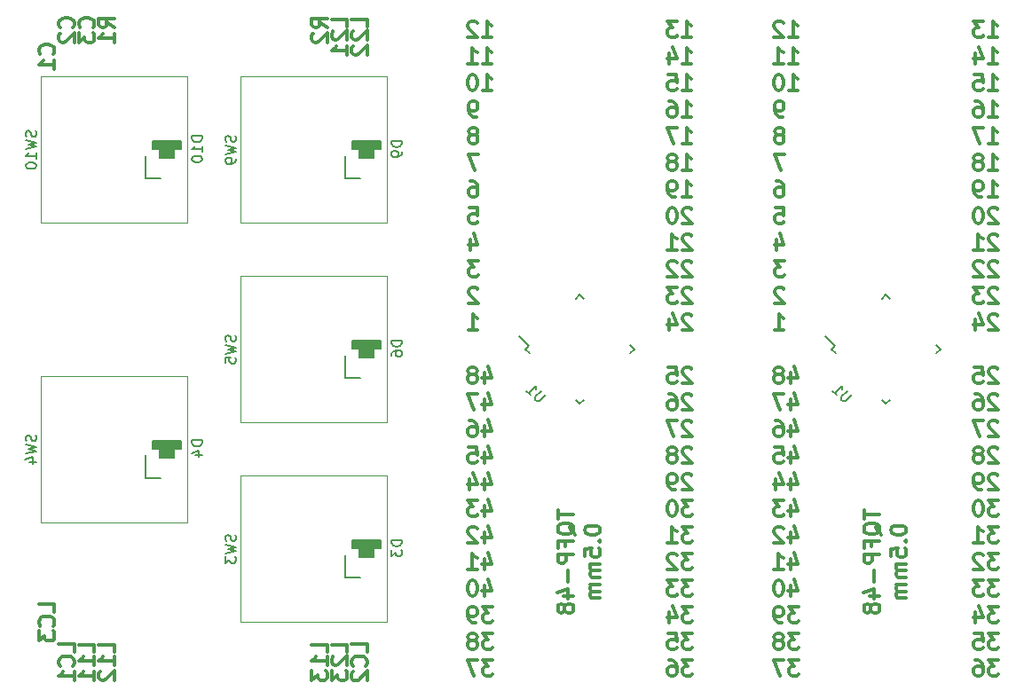
<source format=gbr>
G04 #@! TF.GenerationSoftware,KiCad,Pcbnew,(5.0.0-rc2-dev-471-ge4feb315d)*
G04 #@! TF.CreationDate,2018-05-05T14:20:45+01:00*
G04 #@! TF.ProjectId,panel,70616E656C2E6B696361645F70636200,rev?*
G04 #@! TF.SameCoordinates,Original*
G04 #@! TF.FileFunction,Legend,Bot*
G04 #@! TF.FilePolarity,Positive*
%FSLAX46Y46*%
G04 Gerber Fmt 4.6, Leading zero omitted, Abs format (unit mm)*
G04 Created by KiCad (PCBNEW (5.0.0-rc2-dev-471-ge4feb315d)) date Sat May  5 14:20:45 2018*
%MOMM*%
%LPD*%
G01*
G04 APERTURE LIST*
%ADD10C,0.300000*%
%ADD11C,0.150000*%
%ADD12C,0.120000*%
G04 APERTURE END LIST*
D10*
X148161428Y-117518571D02*
X149018571Y-117518571D01*
X148590000Y-117518571D02*
X148590000Y-116018571D01*
X148732857Y-116232857D01*
X148875714Y-116375714D01*
X149018571Y-116447142D01*
X149018571Y-113621428D02*
X148947142Y-113550000D01*
X148804285Y-113478571D01*
X148447142Y-113478571D01*
X148304285Y-113550000D01*
X148232857Y-113621428D01*
X148161428Y-113764285D01*
X148161428Y-113907142D01*
X148232857Y-114121428D01*
X149090000Y-114978571D01*
X148161428Y-114978571D01*
X149090000Y-110938571D02*
X148161428Y-110938571D01*
X148661428Y-111510000D01*
X148447142Y-111510000D01*
X148304285Y-111581428D01*
X148232857Y-111652857D01*
X148161428Y-111795714D01*
X148161428Y-112152857D01*
X148232857Y-112295714D01*
X148304285Y-112367142D01*
X148447142Y-112438571D01*
X148875714Y-112438571D01*
X149018571Y-112367142D01*
X149090000Y-112295714D01*
X148304285Y-108898571D02*
X148304285Y-109898571D01*
X148661428Y-108327142D02*
X149018571Y-109398571D01*
X148090000Y-109398571D01*
X148232857Y-105858571D02*
X148947142Y-105858571D01*
X149018571Y-106572857D01*
X148947142Y-106501428D01*
X148804285Y-106430000D01*
X148447142Y-106430000D01*
X148304285Y-106501428D01*
X148232857Y-106572857D01*
X148161428Y-106715714D01*
X148161428Y-107072857D01*
X148232857Y-107215714D01*
X148304285Y-107287142D01*
X148447142Y-107358571D01*
X148804285Y-107358571D01*
X148947142Y-107287142D01*
X149018571Y-107215714D01*
X148304285Y-103318571D02*
X148590000Y-103318571D01*
X148732857Y-103390000D01*
X148804285Y-103461428D01*
X148947142Y-103675714D01*
X149018571Y-103961428D01*
X149018571Y-104532857D01*
X148947142Y-104675714D01*
X148875714Y-104747142D01*
X148732857Y-104818571D01*
X148447142Y-104818571D01*
X148304285Y-104747142D01*
X148232857Y-104675714D01*
X148161428Y-104532857D01*
X148161428Y-104175714D01*
X148232857Y-104032857D01*
X148304285Y-103961428D01*
X148447142Y-103890000D01*
X148732857Y-103890000D01*
X148875714Y-103961428D01*
X148947142Y-104032857D01*
X149018571Y-104175714D01*
X149090000Y-100778571D02*
X148090000Y-100778571D01*
X148732857Y-102278571D01*
X148732857Y-98881428D02*
X148875714Y-98810000D01*
X148947142Y-98738571D01*
X149018571Y-98595714D01*
X149018571Y-98524285D01*
X148947142Y-98381428D01*
X148875714Y-98310000D01*
X148732857Y-98238571D01*
X148447142Y-98238571D01*
X148304285Y-98310000D01*
X148232857Y-98381428D01*
X148161428Y-98524285D01*
X148161428Y-98595714D01*
X148232857Y-98738571D01*
X148304285Y-98810000D01*
X148447142Y-98881428D01*
X148732857Y-98881428D01*
X148875714Y-98952857D01*
X148947142Y-99024285D01*
X149018571Y-99167142D01*
X149018571Y-99452857D01*
X148947142Y-99595714D01*
X148875714Y-99667142D01*
X148732857Y-99738571D01*
X148447142Y-99738571D01*
X148304285Y-99667142D01*
X148232857Y-99595714D01*
X148161428Y-99452857D01*
X148161428Y-99167142D01*
X148232857Y-99024285D01*
X148304285Y-98952857D01*
X148447142Y-98881428D01*
X148875714Y-97198571D02*
X148590000Y-97198571D01*
X148447142Y-97127142D01*
X148375714Y-97055714D01*
X148232857Y-96841428D01*
X148161428Y-96555714D01*
X148161428Y-95984285D01*
X148232857Y-95841428D01*
X148304285Y-95770000D01*
X148447142Y-95698571D01*
X148732857Y-95698571D01*
X148875714Y-95770000D01*
X148947142Y-95841428D01*
X149018571Y-95984285D01*
X149018571Y-96341428D01*
X148947142Y-96484285D01*
X148875714Y-96555714D01*
X148732857Y-96627142D01*
X148447142Y-96627142D01*
X148304285Y-96555714D01*
X148232857Y-96484285D01*
X148161428Y-96341428D01*
X149510714Y-94658571D02*
X150367857Y-94658571D01*
X149939285Y-94658571D02*
X149939285Y-93158571D01*
X150082142Y-93372857D01*
X150225000Y-93515714D01*
X150367857Y-93587142D01*
X148582142Y-93158571D02*
X148439285Y-93158571D01*
X148296428Y-93230000D01*
X148225000Y-93301428D01*
X148153571Y-93444285D01*
X148082142Y-93730000D01*
X148082142Y-94087142D01*
X148153571Y-94372857D01*
X148225000Y-94515714D01*
X148296428Y-94587142D01*
X148439285Y-94658571D01*
X148582142Y-94658571D01*
X148725000Y-94587142D01*
X148796428Y-94515714D01*
X148867857Y-94372857D01*
X148939285Y-94087142D01*
X148939285Y-93730000D01*
X148867857Y-93444285D01*
X148796428Y-93301428D01*
X148725000Y-93230000D01*
X148582142Y-93158571D01*
X149510714Y-92118571D02*
X150367857Y-92118571D01*
X149939285Y-92118571D02*
X149939285Y-90618571D01*
X150082142Y-90832857D01*
X150225000Y-90975714D01*
X150367857Y-91047142D01*
X148082142Y-92118571D02*
X148939285Y-92118571D01*
X148510714Y-92118571D02*
X148510714Y-90618571D01*
X148653571Y-90832857D01*
X148796428Y-90975714D01*
X148939285Y-91047142D01*
X149510714Y-89578571D02*
X150367857Y-89578571D01*
X149939285Y-89578571D02*
X149939285Y-88078571D01*
X150082142Y-88292857D01*
X150225000Y-88435714D01*
X150367857Y-88507142D01*
X148939285Y-88221428D02*
X148867857Y-88150000D01*
X148725000Y-88078571D01*
X148367857Y-88078571D01*
X148225000Y-88150000D01*
X148153571Y-88221428D01*
X148082142Y-88364285D01*
X148082142Y-88507142D01*
X148153571Y-88721428D01*
X149010714Y-89578571D01*
X148082142Y-89578571D01*
X168560714Y-89578571D02*
X169417857Y-89578571D01*
X168989285Y-89578571D02*
X168989285Y-88078571D01*
X169132142Y-88292857D01*
X169275000Y-88435714D01*
X169417857Y-88507142D01*
X168060714Y-88078571D02*
X167132142Y-88078571D01*
X167632142Y-88650000D01*
X167417857Y-88650000D01*
X167275000Y-88721428D01*
X167203571Y-88792857D01*
X167132142Y-88935714D01*
X167132142Y-89292857D01*
X167203571Y-89435714D01*
X167275000Y-89507142D01*
X167417857Y-89578571D01*
X167846428Y-89578571D01*
X167989285Y-89507142D01*
X168060714Y-89435714D01*
X168560714Y-92118571D02*
X169417857Y-92118571D01*
X168989285Y-92118571D02*
X168989285Y-90618571D01*
X169132142Y-90832857D01*
X169275000Y-90975714D01*
X169417857Y-91047142D01*
X167275000Y-91118571D02*
X167275000Y-92118571D01*
X167632142Y-90547142D02*
X167989285Y-91618571D01*
X167060714Y-91618571D01*
X168560714Y-94658571D02*
X169417857Y-94658571D01*
X168989285Y-94658571D02*
X168989285Y-93158571D01*
X169132142Y-93372857D01*
X169275000Y-93515714D01*
X169417857Y-93587142D01*
X167203571Y-93158571D02*
X167917857Y-93158571D01*
X167989285Y-93872857D01*
X167917857Y-93801428D01*
X167775000Y-93730000D01*
X167417857Y-93730000D01*
X167275000Y-93801428D01*
X167203571Y-93872857D01*
X167132142Y-94015714D01*
X167132142Y-94372857D01*
X167203571Y-94515714D01*
X167275000Y-94587142D01*
X167417857Y-94658571D01*
X167775000Y-94658571D01*
X167917857Y-94587142D01*
X167989285Y-94515714D01*
X168560714Y-97198571D02*
X169417857Y-97198571D01*
X168989285Y-97198571D02*
X168989285Y-95698571D01*
X169132142Y-95912857D01*
X169275000Y-96055714D01*
X169417857Y-96127142D01*
X167275000Y-95698571D02*
X167560714Y-95698571D01*
X167703571Y-95770000D01*
X167775000Y-95841428D01*
X167917857Y-96055714D01*
X167989285Y-96341428D01*
X167989285Y-96912857D01*
X167917857Y-97055714D01*
X167846428Y-97127142D01*
X167703571Y-97198571D01*
X167417857Y-97198571D01*
X167275000Y-97127142D01*
X167203571Y-97055714D01*
X167132142Y-96912857D01*
X167132142Y-96555714D01*
X167203571Y-96412857D01*
X167275000Y-96341428D01*
X167417857Y-96270000D01*
X167703571Y-96270000D01*
X167846428Y-96341428D01*
X167917857Y-96412857D01*
X167989285Y-96555714D01*
X168560714Y-99738571D02*
X169417857Y-99738571D01*
X168989285Y-99738571D02*
X168989285Y-98238571D01*
X169132142Y-98452857D01*
X169275000Y-98595714D01*
X169417857Y-98667142D01*
X168060714Y-98238571D02*
X167060714Y-98238571D01*
X167703571Y-99738571D01*
X168560714Y-102278571D02*
X169417857Y-102278571D01*
X168989285Y-102278571D02*
X168989285Y-100778571D01*
X169132142Y-100992857D01*
X169275000Y-101135714D01*
X169417857Y-101207142D01*
X167703571Y-101421428D02*
X167846428Y-101350000D01*
X167917857Y-101278571D01*
X167989285Y-101135714D01*
X167989285Y-101064285D01*
X167917857Y-100921428D01*
X167846428Y-100850000D01*
X167703571Y-100778571D01*
X167417857Y-100778571D01*
X167275000Y-100850000D01*
X167203571Y-100921428D01*
X167132142Y-101064285D01*
X167132142Y-101135714D01*
X167203571Y-101278571D01*
X167275000Y-101350000D01*
X167417857Y-101421428D01*
X167703571Y-101421428D01*
X167846428Y-101492857D01*
X167917857Y-101564285D01*
X167989285Y-101707142D01*
X167989285Y-101992857D01*
X167917857Y-102135714D01*
X167846428Y-102207142D01*
X167703571Y-102278571D01*
X167417857Y-102278571D01*
X167275000Y-102207142D01*
X167203571Y-102135714D01*
X167132142Y-101992857D01*
X167132142Y-101707142D01*
X167203571Y-101564285D01*
X167275000Y-101492857D01*
X167417857Y-101421428D01*
X168560714Y-104818571D02*
X169417857Y-104818571D01*
X168989285Y-104818571D02*
X168989285Y-103318571D01*
X169132142Y-103532857D01*
X169275000Y-103675714D01*
X169417857Y-103747142D01*
X167846428Y-104818571D02*
X167560714Y-104818571D01*
X167417857Y-104747142D01*
X167346428Y-104675714D01*
X167203571Y-104461428D01*
X167132142Y-104175714D01*
X167132142Y-103604285D01*
X167203571Y-103461428D01*
X167275000Y-103390000D01*
X167417857Y-103318571D01*
X167703571Y-103318571D01*
X167846428Y-103390000D01*
X167917857Y-103461428D01*
X167989285Y-103604285D01*
X167989285Y-103961428D01*
X167917857Y-104104285D01*
X167846428Y-104175714D01*
X167703571Y-104247142D01*
X167417857Y-104247142D01*
X167275000Y-104175714D01*
X167203571Y-104104285D01*
X167132142Y-103961428D01*
X169417857Y-106001428D02*
X169346428Y-105930000D01*
X169203571Y-105858571D01*
X168846428Y-105858571D01*
X168703571Y-105930000D01*
X168632142Y-106001428D01*
X168560714Y-106144285D01*
X168560714Y-106287142D01*
X168632142Y-106501428D01*
X169489285Y-107358571D01*
X168560714Y-107358571D01*
X167632142Y-105858571D02*
X167489285Y-105858571D01*
X167346428Y-105930000D01*
X167275000Y-106001428D01*
X167203571Y-106144285D01*
X167132142Y-106430000D01*
X167132142Y-106787142D01*
X167203571Y-107072857D01*
X167275000Y-107215714D01*
X167346428Y-107287142D01*
X167489285Y-107358571D01*
X167632142Y-107358571D01*
X167775000Y-107287142D01*
X167846428Y-107215714D01*
X167917857Y-107072857D01*
X167989285Y-106787142D01*
X167989285Y-106430000D01*
X167917857Y-106144285D01*
X167846428Y-106001428D01*
X167775000Y-105930000D01*
X167632142Y-105858571D01*
X169417857Y-108541428D02*
X169346428Y-108470000D01*
X169203571Y-108398571D01*
X168846428Y-108398571D01*
X168703571Y-108470000D01*
X168632142Y-108541428D01*
X168560714Y-108684285D01*
X168560714Y-108827142D01*
X168632142Y-109041428D01*
X169489285Y-109898571D01*
X168560714Y-109898571D01*
X167132142Y-109898571D02*
X167989285Y-109898571D01*
X167560714Y-109898571D02*
X167560714Y-108398571D01*
X167703571Y-108612857D01*
X167846428Y-108755714D01*
X167989285Y-108827142D01*
X169417857Y-111081428D02*
X169346428Y-111010000D01*
X169203571Y-110938571D01*
X168846428Y-110938571D01*
X168703571Y-111010000D01*
X168632142Y-111081428D01*
X168560714Y-111224285D01*
X168560714Y-111367142D01*
X168632142Y-111581428D01*
X169489285Y-112438571D01*
X168560714Y-112438571D01*
X167989285Y-111081428D02*
X167917857Y-111010000D01*
X167775000Y-110938571D01*
X167417857Y-110938571D01*
X167275000Y-111010000D01*
X167203571Y-111081428D01*
X167132142Y-111224285D01*
X167132142Y-111367142D01*
X167203571Y-111581428D01*
X168060714Y-112438571D01*
X167132142Y-112438571D01*
X169417857Y-113621428D02*
X169346428Y-113550000D01*
X169203571Y-113478571D01*
X168846428Y-113478571D01*
X168703571Y-113550000D01*
X168632142Y-113621428D01*
X168560714Y-113764285D01*
X168560714Y-113907142D01*
X168632142Y-114121428D01*
X169489285Y-114978571D01*
X168560714Y-114978571D01*
X168060714Y-113478571D02*
X167132142Y-113478571D01*
X167632142Y-114050000D01*
X167417857Y-114050000D01*
X167275000Y-114121428D01*
X167203571Y-114192857D01*
X167132142Y-114335714D01*
X167132142Y-114692857D01*
X167203571Y-114835714D01*
X167275000Y-114907142D01*
X167417857Y-114978571D01*
X167846428Y-114978571D01*
X167989285Y-114907142D01*
X168060714Y-114835714D01*
X169417857Y-116161428D02*
X169346428Y-116090000D01*
X169203571Y-116018571D01*
X168846428Y-116018571D01*
X168703571Y-116090000D01*
X168632142Y-116161428D01*
X168560714Y-116304285D01*
X168560714Y-116447142D01*
X168632142Y-116661428D01*
X169489285Y-117518571D01*
X168560714Y-117518571D01*
X167275000Y-116518571D02*
X167275000Y-117518571D01*
X167632142Y-115947142D02*
X167989285Y-117018571D01*
X167060714Y-117018571D01*
X169417857Y-121241428D02*
X169346428Y-121170000D01*
X169203571Y-121098571D01*
X168846428Y-121098571D01*
X168703571Y-121170000D01*
X168632142Y-121241428D01*
X168560714Y-121384285D01*
X168560714Y-121527142D01*
X168632142Y-121741428D01*
X169489285Y-122598571D01*
X168560714Y-122598571D01*
X167203571Y-121098571D02*
X167917857Y-121098571D01*
X167989285Y-121812857D01*
X167917857Y-121741428D01*
X167775000Y-121670000D01*
X167417857Y-121670000D01*
X167275000Y-121741428D01*
X167203571Y-121812857D01*
X167132142Y-121955714D01*
X167132142Y-122312857D01*
X167203571Y-122455714D01*
X167275000Y-122527142D01*
X167417857Y-122598571D01*
X167775000Y-122598571D01*
X167917857Y-122527142D01*
X167989285Y-122455714D01*
X169417857Y-123781428D02*
X169346428Y-123710000D01*
X169203571Y-123638571D01*
X168846428Y-123638571D01*
X168703571Y-123710000D01*
X168632142Y-123781428D01*
X168560714Y-123924285D01*
X168560714Y-124067142D01*
X168632142Y-124281428D01*
X169489285Y-125138571D01*
X168560714Y-125138571D01*
X167275000Y-123638571D02*
X167560714Y-123638571D01*
X167703571Y-123710000D01*
X167775000Y-123781428D01*
X167917857Y-123995714D01*
X167989285Y-124281428D01*
X167989285Y-124852857D01*
X167917857Y-124995714D01*
X167846428Y-125067142D01*
X167703571Y-125138571D01*
X167417857Y-125138571D01*
X167275000Y-125067142D01*
X167203571Y-124995714D01*
X167132142Y-124852857D01*
X167132142Y-124495714D01*
X167203571Y-124352857D01*
X167275000Y-124281428D01*
X167417857Y-124210000D01*
X167703571Y-124210000D01*
X167846428Y-124281428D01*
X167917857Y-124352857D01*
X167989285Y-124495714D01*
X169417857Y-126321428D02*
X169346428Y-126250000D01*
X169203571Y-126178571D01*
X168846428Y-126178571D01*
X168703571Y-126250000D01*
X168632142Y-126321428D01*
X168560714Y-126464285D01*
X168560714Y-126607142D01*
X168632142Y-126821428D01*
X169489285Y-127678571D01*
X168560714Y-127678571D01*
X168060714Y-126178571D02*
X167060714Y-126178571D01*
X167703571Y-127678571D01*
X169417857Y-128861428D02*
X169346428Y-128790000D01*
X169203571Y-128718571D01*
X168846428Y-128718571D01*
X168703571Y-128790000D01*
X168632142Y-128861428D01*
X168560714Y-129004285D01*
X168560714Y-129147142D01*
X168632142Y-129361428D01*
X169489285Y-130218571D01*
X168560714Y-130218571D01*
X167703571Y-129361428D02*
X167846428Y-129290000D01*
X167917857Y-129218571D01*
X167989285Y-129075714D01*
X167989285Y-129004285D01*
X167917857Y-128861428D01*
X167846428Y-128790000D01*
X167703571Y-128718571D01*
X167417857Y-128718571D01*
X167275000Y-128790000D01*
X167203571Y-128861428D01*
X167132142Y-129004285D01*
X167132142Y-129075714D01*
X167203571Y-129218571D01*
X167275000Y-129290000D01*
X167417857Y-129361428D01*
X167703571Y-129361428D01*
X167846428Y-129432857D01*
X167917857Y-129504285D01*
X167989285Y-129647142D01*
X167989285Y-129932857D01*
X167917857Y-130075714D01*
X167846428Y-130147142D01*
X167703571Y-130218571D01*
X167417857Y-130218571D01*
X167275000Y-130147142D01*
X167203571Y-130075714D01*
X167132142Y-129932857D01*
X167132142Y-129647142D01*
X167203571Y-129504285D01*
X167275000Y-129432857D01*
X167417857Y-129361428D01*
X169417857Y-131401428D02*
X169346428Y-131330000D01*
X169203571Y-131258571D01*
X168846428Y-131258571D01*
X168703571Y-131330000D01*
X168632142Y-131401428D01*
X168560714Y-131544285D01*
X168560714Y-131687142D01*
X168632142Y-131901428D01*
X169489285Y-132758571D01*
X168560714Y-132758571D01*
X167846428Y-132758571D02*
X167560714Y-132758571D01*
X167417857Y-132687142D01*
X167346428Y-132615714D01*
X167203571Y-132401428D01*
X167132142Y-132115714D01*
X167132142Y-131544285D01*
X167203571Y-131401428D01*
X167275000Y-131330000D01*
X167417857Y-131258571D01*
X167703571Y-131258571D01*
X167846428Y-131330000D01*
X167917857Y-131401428D01*
X167989285Y-131544285D01*
X167989285Y-131901428D01*
X167917857Y-132044285D01*
X167846428Y-132115714D01*
X167703571Y-132187142D01*
X167417857Y-132187142D01*
X167275000Y-132115714D01*
X167203571Y-132044285D01*
X167132142Y-131901428D01*
X169489285Y-133798571D02*
X168560714Y-133798571D01*
X169060714Y-134370000D01*
X168846428Y-134370000D01*
X168703571Y-134441428D01*
X168632142Y-134512857D01*
X168560714Y-134655714D01*
X168560714Y-135012857D01*
X168632142Y-135155714D01*
X168703571Y-135227142D01*
X168846428Y-135298571D01*
X169275000Y-135298571D01*
X169417857Y-135227142D01*
X169489285Y-135155714D01*
X167632142Y-133798571D02*
X167489285Y-133798571D01*
X167346428Y-133870000D01*
X167275000Y-133941428D01*
X167203571Y-134084285D01*
X167132142Y-134370000D01*
X167132142Y-134727142D01*
X167203571Y-135012857D01*
X167275000Y-135155714D01*
X167346428Y-135227142D01*
X167489285Y-135298571D01*
X167632142Y-135298571D01*
X167775000Y-135227142D01*
X167846428Y-135155714D01*
X167917857Y-135012857D01*
X167989285Y-134727142D01*
X167989285Y-134370000D01*
X167917857Y-134084285D01*
X167846428Y-133941428D01*
X167775000Y-133870000D01*
X167632142Y-133798571D01*
X169489285Y-136338571D02*
X168560714Y-136338571D01*
X169060714Y-136910000D01*
X168846428Y-136910000D01*
X168703571Y-136981428D01*
X168632142Y-137052857D01*
X168560714Y-137195714D01*
X168560714Y-137552857D01*
X168632142Y-137695714D01*
X168703571Y-137767142D01*
X168846428Y-137838571D01*
X169275000Y-137838571D01*
X169417857Y-137767142D01*
X169489285Y-137695714D01*
X167132142Y-137838571D02*
X167989285Y-137838571D01*
X167560714Y-137838571D02*
X167560714Y-136338571D01*
X167703571Y-136552857D01*
X167846428Y-136695714D01*
X167989285Y-136767142D01*
X169489285Y-138878571D02*
X168560714Y-138878571D01*
X169060714Y-139450000D01*
X168846428Y-139450000D01*
X168703571Y-139521428D01*
X168632142Y-139592857D01*
X168560714Y-139735714D01*
X168560714Y-140092857D01*
X168632142Y-140235714D01*
X168703571Y-140307142D01*
X168846428Y-140378571D01*
X169275000Y-140378571D01*
X169417857Y-140307142D01*
X169489285Y-140235714D01*
X167989285Y-139021428D02*
X167917857Y-138950000D01*
X167775000Y-138878571D01*
X167417857Y-138878571D01*
X167275000Y-138950000D01*
X167203571Y-139021428D01*
X167132142Y-139164285D01*
X167132142Y-139307142D01*
X167203571Y-139521428D01*
X168060714Y-140378571D01*
X167132142Y-140378571D01*
X169489285Y-141418571D02*
X168560714Y-141418571D01*
X169060714Y-141990000D01*
X168846428Y-141990000D01*
X168703571Y-142061428D01*
X168632142Y-142132857D01*
X168560714Y-142275714D01*
X168560714Y-142632857D01*
X168632142Y-142775714D01*
X168703571Y-142847142D01*
X168846428Y-142918571D01*
X169275000Y-142918571D01*
X169417857Y-142847142D01*
X169489285Y-142775714D01*
X168060714Y-141418571D02*
X167132142Y-141418571D01*
X167632142Y-141990000D01*
X167417857Y-141990000D01*
X167275000Y-142061428D01*
X167203571Y-142132857D01*
X167132142Y-142275714D01*
X167132142Y-142632857D01*
X167203571Y-142775714D01*
X167275000Y-142847142D01*
X167417857Y-142918571D01*
X167846428Y-142918571D01*
X167989285Y-142847142D01*
X168060714Y-142775714D01*
X169489285Y-143958571D02*
X168560714Y-143958571D01*
X169060714Y-144530000D01*
X168846428Y-144530000D01*
X168703571Y-144601428D01*
X168632142Y-144672857D01*
X168560714Y-144815714D01*
X168560714Y-145172857D01*
X168632142Y-145315714D01*
X168703571Y-145387142D01*
X168846428Y-145458571D01*
X169275000Y-145458571D01*
X169417857Y-145387142D01*
X169489285Y-145315714D01*
X167275000Y-144458571D02*
X167275000Y-145458571D01*
X167632142Y-143887142D02*
X167989285Y-144958571D01*
X167060714Y-144958571D01*
X169489285Y-146498571D02*
X168560714Y-146498571D01*
X169060714Y-147070000D01*
X168846428Y-147070000D01*
X168703571Y-147141428D01*
X168632142Y-147212857D01*
X168560714Y-147355714D01*
X168560714Y-147712857D01*
X168632142Y-147855714D01*
X168703571Y-147927142D01*
X168846428Y-147998571D01*
X169275000Y-147998571D01*
X169417857Y-147927142D01*
X169489285Y-147855714D01*
X167203571Y-146498571D02*
X167917857Y-146498571D01*
X167989285Y-147212857D01*
X167917857Y-147141428D01*
X167775000Y-147070000D01*
X167417857Y-147070000D01*
X167275000Y-147141428D01*
X167203571Y-147212857D01*
X167132142Y-147355714D01*
X167132142Y-147712857D01*
X167203571Y-147855714D01*
X167275000Y-147927142D01*
X167417857Y-147998571D01*
X167775000Y-147998571D01*
X167917857Y-147927142D01*
X167989285Y-147855714D01*
X169489285Y-149038571D02*
X168560714Y-149038571D01*
X169060714Y-149610000D01*
X168846428Y-149610000D01*
X168703571Y-149681428D01*
X168632142Y-149752857D01*
X168560714Y-149895714D01*
X168560714Y-150252857D01*
X168632142Y-150395714D01*
X168703571Y-150467142D01*
X168846428Y-150538571D01*
X169275000Y-150538571D01*
X169417857Y-150467142D01*
X169489285Y-150395714D01*
X167275000Y-149038571D02*
X167560714Y-149038571D01*
X167703571Y-149110000D01*
X167775000Y-149181428D01*
X167917857Y-149395714D01*
X167989285Y-149681428D01*
X167989285Y-150252857D01*
X167917857Y-150395714D01*
X167846428Y-150467142D01*
X167703571Y-150538571D01*
X167417857Y-150538571D01*
X167275000Y-150467142D01*
X167203571Y-150395714D01*
X167132142Y-150252857D01*
X167132142Y-149895714D01*
X167203571Y-149752857D01*
X167275000Y-149681428D01*
X167417857Y-149610000D01*
X167703571Y-149610000D01*
X167846428Y-149681428D01*
X167917857Y-149752857D01*
X167989285Y-149895714D01*
X150439285Y-149038571D02*
X149510714Y-149038571D01*
X150010714Y-149610000D01*
X149796428Y-149610000D01*
X149653571Y-149681428D01*
X149582142Y-149752857D01*
X149510714Y-149895714D01*
X149510714Y-150252857D01*
X149582142Y-150395714D01*
X149653571Y-150467142D01*
X149796428Y-150538571D01*
X150225000Y-150538571D01*
X150367857Y-150467142D01*
X150439285Y-150395714D01*
X149010714Y-149038571D02*
X148010714Y-149038571D01*
X148653571Y-150538571D01*
X150439285Y-146498571D02*
X149510714Y-146498571D01*
X150010714Y-147070000D01*
X149796428Y-147070000D01*
X149653571Y-147141428D01*
X149582142Y-147212857D01*
X149510714Y-147355714D01*
X149510714Y-147712857D01*
X149582142Y-147855714D01*
X149653571Y-147927142D01*
X149796428Y-147998571D01*
X150225000Y-147998571D01*
X150367857Y-147927142D01*
X150439285Y-147855714D01*
X148653571Y-147141428D02*
X148796428Y-147070000D01*
X148867857Y-146998571D01*
X148939285Y-146855714D01*
X148939285Y-146784285D01*
X148867857Y-146641428D01*
X148796428Y-146570000D01*
X148653571Y-146498571D01*
X148367857Y-146498571D01*
X148225000Y-146570000D01*
X148153571Y-146641428D01*
X148082142Y-146784285D01*
X148082142Y-146855714D01*
X148153571Y-146998571D01*
X148225000Y-147070000D01*
X148367857Y-147141428D01*
X148653571Y-147141428D01*
X148796428Y-147212857D01*
X148867857Y-147284285D01*
X148939285Y-147427142D01*
X148939285Y-147712857D01*
X148867857Y-147855714D01*
X148796428Y-147927142D01*
X148653571Y-147998571D01*
X148367857Y-147998571D01*
X148225000Y-147927142D01*
X148153571Y-147855714D01*
X148082142Y-147712857D01*
X148082142Y-147427142D01*
X148153571Y-147284285D01*
X148225000Y-147212857D01*
X148367857Y-147141428D01*
X150439285Y-143958571D02*
X149510714Y-143958571D01*
X150010714Y-144530000D01*
X149796428Y-144530000D01*
X149653571Y-144601428D01*
X149582142Y-144672857D01*
X149510714Y-144815714D01*
X149510714Y-145172857D01*
X149582142Y-145315714D01*
X149653571Y-145387142D01*
X149796428Y-145458571D01*
X150225000Y-145458571D01*
X150367857Y-145387142D01*
X150439285Y-145315714D01*
X148796428Y-145458571D02*
X148510714Y-145458571D01*
X148367857Y-145387142D01*
X148296428Y-145315714D01*
X148153571Y-145101428D01*
X148082142Y-144815714D01*
X148082142Y-144244285D01*
X148153571Y-144101428D01*
X148225000Y-144030000D01*
X148367857Y-143958571D01*
X148653571Y-143958571D01*
X148796428Y-144030000D01*
X148867857Y-144101428D01*
X148939285Y-144244285D01*
X148939285Y-144601428D01*
X148867857Y-144744285D01*
X148796428Y-144815714D01*
X148653571Y-144887142D01*
X148367857Y-144887142D01*
X148225000Y-144815714D01*
X148153571Y-144744285D01*
X148082142Y-144601428D01*
X149653571Y-141918571D02*
X149653571Y-142918571D01*
X150010714Y-141347142D02*
X150367857Y-142418571D01*
X149439285Y-142418571D01*
X148582142Y-141418571D02*
X148439285Y-141418571D01*
X148296428Y-141490000D01*
X148225000Y-141561428D01*
X148153571Y-141704285D01*
X148082142Y-141990000D01*
X148082142Y-142347142D01*
X148153571Y-142632857D01*
X148225000Y-142775714D01*
X148296428Y-142847142D01*
X148439285Y-142918571D01*
X148582142Y-142918571D01*
X148725000Y-142847142D01*
X148796428Y-142775714D01*
X148867857Y-142632857D01*
X148939285Y-142347142D01*
X148939285Y-141990000D01*
X148867857Y-141704285D01*
X148796428Y-141561428D01*
X148725000Y-141490000D01*
X148582142Y-141418571D01*
X149653571Y-139378571D02*
X149653571Y-140378571D01*
X150010714Y-138807142D02*
X150367857Y-139878571D01*
X149439285Y-139878571D01*
X148082142Y-140378571D02*
X148939285Y-140378571D01*
X148510714Y-140378571D02*
X148510714Y-138878571D01*
X148653571Y-139092857D01*
X148796428Y-139235714D01*
X148939285Y-139307142D01*
X149653571Y-136838571D02*
X149653571Y-137838571D01*
X150010714Y-136267142D02*
X150367857Y-137338571D01*
X149439285Y-137338571D01*
X148939285Y-136481428D02*
X148867857Y-136410000D01*
X148725000Y-136338571D01*
X148367857Y-136338571D01*
X148225000Y-136410000D01*
X148153571Y-136481428D01*
X148082142Y-136624285D01*
X148082142Y-136767142D01*
X148153571Y-136981428D01*
X149010714Y-137838571D01*
X148082142Y-137838571D01*
X149653571Y-134298571D02*
X149653571Y-135298571D01*
X150010714Y-133727142D02*
X150367857Y-134798571D01*
X149439285Y-134798571D01*
X149010714Y-133798571D02*
X148082142Y-133798571D01*
X148582142Y-134370000D01*
X148367857Y-134370000D01*
X148225000Y-134441428D01*
X148153571Y-134512857D01*
X148082142Y-134655714D01*
X148082142Y-135012857D01*
X148153571Y-135155714D01*
X148225000Y-135227142D01*
X148367857Y-135298571D01*
X148796428Y-135298571D01*
X148939285Y-135227142D01*
X149010714Y-135155714D01*
X149653571Y-131758571D02*
X149653571Y-132758571D01*
X150010714Y-131187142D02*
X150367857Y-132258571D01*
X149439285Y-132258571D01*
X148225000Y-131758571D02*
X148225000Y-132758571D01*
X148582142Y-131187142D02*
X148939285Y-132258571D01*
X148010714Y-132258571D01*
X149653571Y-129218571D02*
X149653571Y-130218571D01*
X150010714Y-128647142D02*
X150367857Y-129718571D01*
X149439285Y-129718571D01*
X148153571Y-128718571D02*
X148867857Y-128718571D01*
X148939285Y-129432857D01*
X148867857Y-129361428D01*
X148725000Y-129290000D01*
X148367857Y-129290000D01*
X148225000Y-129361428D01*
X148153571Y-129432857D01*
X148082142Y-129575714D01*
X148082142Y-129932857D01*
X148153571Y-130075714D01*
X148225000Y-130147142D01*
X148367857Y-130218571D01*
X148725000Y-130218571D01*
X148867857Y-130147142D01*
X148939285Y-130075714D01*
X149653571Y-126678571D02*
X149653571Y-127678571D01*
X150010714Y-126107142D02*
X150367857Y-127178571D01*
X149439285Y-127178571D01*
X148225000Y-126178571D02*
X148510714Y-126178571D01*
X148653571Y-126250000D01*
X148725000Y-126321428D01*
X148867857Y-126535714D01*
X148939285Y-126821428D01*
X148939285Y-127392857D01*
X148867857Y-127535714D01*
X148796428Y-127607142D01*
X148653571Y-127678571D01*
X148367857Y-127678571D01*
X148225000Y-127607142D01*
X148153571Y-127535714D01*
X148082142Y-127392857D01*
X148082142Y-127035714D01*
X148153571Y-126892857D01*
X148225000Y-126821428D01*
X148367857Y-126750000D01*
X148653571Y-126750000D01*
X148796428Y-126821428D01*
X148867857Y-126892857D01*
X148939285Y-127035714D01*
X149653571Y-124138571D02*
X149653571Y-125138571D01*
X150010714Y-123567142D02*
X150367857Y-124638571D01*
X149439285Y-124638571D01*
X149010714Y-123638571D02*
X148010714Y-123638571D01*
X148653571Y-125138571D01*
X149653571Y-121598571D02*
X149653571Y-122598571D01*
X150010714Y-121027142D02*
X150367857Y-122098571D01*
X149439285Y-122098571D01*
X148653571Y-121741428D02*
X148796428Y-121670000D01*
X148867857Y-121598571D01*
X148939285Y-121455714D01*
X148939285Y-121384285D01*
X148867857Y-121241428D01*
X148796428Y-121170000D01*
X148653571Y-121098571D01*
X148367857Y-121098571D01*
X148225000Y-121170000D01*
X148153571Y-121241428D01*
X148082142Y-121384285D01*
X148082142Y-121455714D01*
X148153571Y-121598571D01*
X148225000Y-121670000D01*
X148367857Y-121741428D01*
X148653571Y-121741428D01*
X148796428Y-121812857D01*
X148867857Y-121884285D01*
X148939285Y-122027142D01*
X148939285Y-122312857D01*
X148867857Y-122455714D01*
X148796428Y-122527142D01*
X148653571Y-122598571D01*
X148367857Y-122598571D01*
X148225000Y-122527142D01*
X148153571Y-122455714D01*
X148082142Y-122312857D01*
X148082142Y-122027142D01*
X148153571Y-121884285D01*
X148225000Y-121812857D01*
X148367857Y-121741428D01*
X156653571Y-134735714D02*
X156653571Y-135592857D01*
X158153571Y-135164285D02*
X156653571Y-135164285D01*
X158296428Y-137092857D02*
X158225000Y-136950000D01*
X158082142Y-136807142D01*
X157867857Y-136592857D01*
X157796428Y-136450000D01*
X157796428Y-136307142D01*
X158153571Y-136378571D02*
X158082142Y-136235714D01*
X157939285Y-136092857D01*
X157653571Y-136021428D01*
X157153571Y-136021428D01*
X156867857Y-136092857D01*
X156725000Y-136235714D01*
X156653571Y-136378571D01*
X156653571Y-136664285D01*
X156725000Y-136807142D01*
X156867857Y-136950000D01*
X157153571Y-137021428D01*
X157653571Y-137021428D01*
X157939285Y-136950000D01*
X158082142Y-136807142D01*
X158153571Y-136664285D01*
X158153571Y-136378571D01*
X157367857Y-138164285D02*
X157367857Y-137664285D01*
X158153571Y-137664285D02*
X156653571Y-137664285D01*
X156653571Y-138378571D01*
X158153571Y-138950000D02*
X156653571Y-138950000D01*
X156653571Y-139521428D01*
X156725000Y-139664285D01*
X156796428Y-139735714D01*
X156939285Y-139807142D01*
X157153571Y-139807142D01*
X157296428Y-139735714D01*
X157367857Y-139664285D01*
X157439285Y-139521428D01*
X157439285Y-138950000D01*
X157582142Y-140450000D02*
X157582142Y-141592857D01*
X157153571Y-142950000D02*
X158153571Y-142950000D01*
X156582142Y-142592857D02*
X157653571Y-142235714D01*
X157653571Y-143164285D01*
X157296428Y-143950000D02*
X157225000Y-143807142D01*
X157153571Y-143735714D01*
X157010714Y-143664285D01*
X156939285Y-143664285D01*
X156796428Y-143735714D01*
X156725000Y-143807142D01*
X156653571Y-143950000D01*
X156653571Y-144235714D01*
X156725000Y-144378571D01*
X156796428Y-144450000D01*
X156939285Y-144521428D01*
X157010714Y-144521428D01*
X157153571Y-144450000D01*
X157225000Y-144378571D01*
X157296428Y-144235714D01*
X157296428Y-143950000D01*
X157367857Y-143807142D01*
X157439285Y-143735714D01*
X157582142Y-143664285D01*
X157867857Y-143664285D01*
X158010714Y-143735714D01*
X158082142Y-143807142D01*
X158153571Y-143950000D01*
X158153571Y-144235714D01*
X158082142Y-144378571D01*
X158010714Y-144450000D01*
X157867857Y-144521428D01*
X157582142Y-144521428D01*
X157439285Y-144450000D01*
X157367857Y-144378571D01*
X157296428Y-144235714D01*
X159203571Y-136557142D02*
X159203571Y-136700000D01*
X159275000Y-136842857D01*
X159346428Y-136914285D01*
X159489285Y-136985714D01*
X159775000Y-137057142D01*
X160132142Y-137057142D01*
X160417857Y-136985714D01*
X160560714Y-136914285D01*
X160632142Y-136842857D01*
X160703571Y-136700000D01*
X160703571Y-136557142D01*
X160632142Y-136414285D01*
X160560714Y-136342857D01*
X160417857Y-136271428D01*
X160132142Y-136200000D01*
X159775000Y-136200000D01*
X159489285Y-136271428D01*
X159346428Y-136342857D01*
X159275000Y-136414285D01*
X159203571Y-136557142D01*
X160560714Y-137700000D02*
X160632142Y-137771428D01*
X160703571Y-137700000D01*
X160632142Y-137628571D01*
X160560714Y-137700000D01*
X160703571Y-137700000D01*
X159203571Y-139128571D02*
X159203571Y-138414285D01*
X159917857Y-138342857D01*
X159846428Y-138414285D01*
X159775000Y-138557142D01*
X159775000Y-138914285D01*
X159846428Y-139057142D01*
X159917857Y-139128571D01*
X160060714Y-139200000D01*
X160417857Y-139200000D01*
X160560714Y-139128571D01*
X160632142Y-139057142D01*
X160703571Y-138914285D01*
X160703571Y-138557142D01*
X160632142Y-138414285D01*
X160560714Y-138342857D01*
X160703571Y-139842857D02*
X159703571Y-139842857D01*
X159846428Y-139842857D02*
X159775000Y-139914285D01*
X159703571Y-140057142D01*
X159703571Y-140271428D01*
X159775000Y-140414285D01*
X159917857Y-140485714D01*
X160703571Y-140485714D01*
X159917857Y-140485714D02*
X159775000Y-140557142D01*
X159703571Y-140700000D01*
X159703571Y-140914285D01*
X159775000Y-141057142D01*
X159917857Y-141128571D01*
X160703571Y-141128571D01*
X160703571Y-141842857D02*
X159703571Y-141842857D01*
X159846428Y-141842857D02*
X159775000Y-141914285D01*
X159703571Y-142057142D01*
X159703571Y-142271428D01*
X159775000Y-142414285D01*
X159917857Y-142485714D01*
X160703571Y-142485714D01*
X159917857Y-142485714D02*
X159775000Y-142557142D01*
X159703571Y-142700000D01*
X159703571Y-142914285D01*
X159775000Y-143057142D01*
X159917857Y-143128571D01*
X160703571Y-143128571D01*
X127443571Y-134735714D02*
X127443571Y-135592857D01*
X128943571Y-135164285D02*
X127443571Y-135164285D01*
X129086428Y-137092857D02*
X129015000Y-136950000D01*
X128872142Y-136807142D01*
X128657857Y-136592857D01*
X128586428Y-136450000D01*
X128586428Y-136307142D01*
X128943571Y-136378571D02*
X128872142Y-136235714D01*
X128729285Y-136092857D01*
X128443571Y-136021428D01*
X127943571Y-136021428D01*
X127657857Y-136092857D01*
X127515000Y-136235714D01*
X127443571Y-136378571D01*
X127443571Y-136664285D01*
X127515000Y-136807142D01*
X127657857Y-136950000D01*
X127943571Y-137021428D01*
X128443571Y-137021428D01*
X128729285Y-136950000D01*
X128872142Y-136807142D01*
X128943571Y-136664285D01*
X128943571Y-136378571D01*
X128157857Y-138164285D02*
X128157857Y-137664285D01*
X128943571Y-137664285D02*
X127443571Y-137664285D01*
X127443571Y-138378571D01*
X128943571Y-138950000D02*
X127443571Y-138950000D01*
X127443571Y-139521428D01*
X127515000Y-139664285D01*
X127586428Y-139735714D01*
X127729285Y-139807142D01*
X127943571Y-139807142D01*
X128086428Y-139735714D01*
X128157857Y-139664285D01*
X128229285Y-139521428D01*
X128229285Y-138950000D01*
X128372142Y-140450000D02*
X128372142Y-141592857D01*
X127943571Y-142950000D02*
X128943571Y-142950000D01*
X127372142Y-142592857D02*
X128443571Y-142235714D01*
X128443571Y-143164285D01*
X128086428Y-143950000D02*
X128015000Y-143807142D01*
X127943571Y-143735714D01*
X127800714Y-143664285D01*
X127729285Y-143664285D01*
X127586428Y-143735714D01*
X127515000Y-143807142D01*
X127443571Y-143950000D01*
X127443571Y-144235714D01*
X127515000Y-144378571D01*
X127586428Y-144450000D01*
X127729285Y-144521428D01*
X127800714Y-144521428D01*
X127943571Y-144450000D01*
X128015000Y-144378571D01*
X128086428Y-144235714D01*
X128086428Y-143950000D01*
X128157857Y-143807142D01*
X128229285Y-143735714D01*
X128372142Y-143664285D01*
X128657857Y-143664285D01*
X128800714Y-143735714D01*
X128872142Y-143807142D01*
X128943571Y-143950000D01*
X128943571Y-144235714D01*
X128872142Y-144378571D01*
X128800714Y-144450000D01*
X128657857Y-144521428D01*
X128372142Y-144521428D01*
X128229285Y-144450000D01*
X128157857Y-144378571D01*
X128086428Y-144235714D01*
X129993571Y-136557142D02*
X129993571Y-136700000D01*
X130065000Y-136842857D01*
X130136428Y-136914285D01*
X130279285Y-136985714D01*
X130565000Y-137057142D01*
X130922142Y-137057142D01*
X131207857Y-136985714D01*
X131350714Y-136914285D01*
X131422142Y-136842857D01*
X131493571Y-136700000D01*
X131493571Y-136557142D01*
X131422142Y-136414285D01*
X131350714Y-136342857D01*
X131207857Y-136271428D01*
X130922142Y-136200000D01*
X130565000Y-136200000D01*
X130279285Y-136271428D01*
X130136428Y-136342857D01*
X130065000Y-136414285D01*
X129993571Y-136557142D01*
X131350714Y-137700000D02*
X131422142Y-137771428D01*
X131493571Y-137700000D01*
X131422142Y-137628571D01*
X131350714Y-137700000D01*
X131493571Y-137700000D01*
X129993571Y-139128571D02*
X129993571Y-138414285D01*
X130707857Y-138342857D01*
X130636428Y-138414285D01*
X130565000Y-138557142D01*
X130565000Y-138914285D01*
X130636428Y-139057142D01*
X130707857Y-139128571D01*
X130850714Y-139200000D01*
X131207857Y-139200000D01*
X131350714Y-139128571D01*
X131422142Y-139057142D01*
X131493571Y-138914285D01*
X131493571Y-138557142D01*
X131422142Y-138414285D01*
X131350714Y-138342857D01*
X131493571Y-139842857D02*
X130493571Y-139842857D01*
X130636428Y-139842857D02*
X130565000Y-139914285D01*
X130493571Y-140057142D01*
X130493571Y-140271428D01*
X130565000Y-140414285D01*
X130707857Y-140485714D01*
X131493571Y-140485714D01*
X130707857Y-140485714D02*
X130565000Y-140557142D01*
X130493571Y-140700000D01*
X130493571Y-140914285D01*
X130565000Y-141057142D01*
X130707857Y-141128571D01*
X131493571Y-141128571D01*
X131493571Y-141842857D02*
X130493571Y-141842857D01*
X130636428Y-141842857D02*
X130565000Y-141914285D01*
X130493571Y-142057142D01*
X130493571Y-142271428D01*
X130565000Y-142414285D01*
X130707857Y-142485714D01*
X131493571Y-142485714D01*
X130707857Y-142485714D02*
X130565000Y-142557142D01*
X130493571Y-142700000D01*
X130493571Y-142914285D01*
X130565000Y-143057142D01*
X130707857Y-143128571D01*
X131493571Y-143128571D01*
X120443571Y-121598571D02*
X120443571Y-122598571D01*
X120800714Y-121027142D02*
X121157857Y-122098571D01*
X120229285Y-122098571D01*
X119443571Y-121741428D02*
X119586428Y-121670000D01*
X119657857Y-121598571D01*
X119729285Y-121455714D01*
X119729285Y-121384285D01*
X119657857Y-121241428D01*
X119586428Y-121170000D01*
X119443571Y-121098571D01*
X119157857Y-121098571D01*
X119015000Y-121170000D01*
X118943571Y-121241428D01*
X118872142Y-121384285D01*
X118872142Y-121455714D01*
X118943571Y-121598571D01*
X119015000Y-121670000D01*
X119157857Y-121741428D01*
X119443571Y-121741428D01*
X119586428Y-121812857D01*
X119657857Y-121884285D01*
X119729285Y-122027142D01*
X119729285Y-122312857D01*
X119657857Y-122455714D01*
X119586428Y-122527142D01*
X119443571Y-122598571D01*
X119157857Y-122598571D01*
X119015000Y-122527142D01*
X118943571Y-122455714D01*
X118872142Y-122312857D01*
X118872142Y-122027142D01*
X118943571Y-121884285D01*
X119015000Y-121812857D01*
X119157857Y-121741428D01*
X120443571Y-124138571D02*
X120443571Y-125138571D01*
X120800714Y-123567142D02*
X121157857Y-124638571D01*
X120229285Y-124638571D01*
X119800714Y-123638571D02*
X118800714Y-123638571D01*
X119443571Y-125138571D01*
X120443571Y-126678571D02*
X120443571Y-127678571D01*
X120800714Y-126107142D02*
X121157857Y-127178571D01*
X120229285Y-127178571D01*
X119015000Y-126178571D02*
X119300714Y-126178571D01*
X119443571Y-126250000D01*
X119515000Y-126321428D01*
X119657857Y-126535714D01*
X119729285Y-126821428D01*
X119729285Y-127392857D01*
X119657857Y-127535714D01*
X119586428Y-127607142D01*
X119443571Y-127678571D01*
X119157857Y-127678571D01*
X119015000Y-127607142D01*
X118943571Y-127535714D01*
X118872142Y-127392857D01*
X118872142Y-127035714D01*
X118943571Y-126892857D01*
X119015000Y-126821428D01*
X119157857Y-126750000D01*
X119443571Y-126750000D01*
X119586428Y-126821428D01*
X119657857Y-126892857D01*
X119729285Y-127035714D01*
X120443571Y-129218571D02*
X120443571Y-130218571D01*
X120800714Y-128647142D02*
X121157857Y-129718571D01*
X120229285Y-129718571D01*
X118943571Y-128718571D02*
X119657857Y-128718571D01*
X119729285Y-129432857D01*
X119657857Y-129361428D01*
X119515000Y-129290000D01*
X119157857Y-129290000D01*
X119015000Y-129361428D01*
X118943571Y-129432857D01*
X118872142Y-129575714D01*
X118872142Y-129932857D01*
X118943571Y-130075714D01*
X119015000Y-130147142D01*
X119157857Y-130218571D01*
X119515000Y-130218571D01*
X119657857Y-130147142D01*
X119729285Y-130075714D01*
X120443571Y-131758571D02*
X120443571Y-132758571D01*
X120800714Y-131187142D02*
X121157857Y-132258571D01*
X120229285Y-132258571D01*
X119015000Y-131758571D02*
X119015000Y-132758571D01*
X119372142Y-131187142D02*
X119729285Y-132258571D01*
X118800714Y-132258571D01*
X120443571Y-134298571D02*
X120443571Y-135298571D01*
X120800714Y-133727142D02*
X121157857Y-134798571D01*
X120229285Y-134798571D01*
X119800714Y-133798571D02*
X118872142Y-133798571D01*
X119372142Y-134370000D01*
X119157857Y-134370000D01*
X119015000Y-134441428D01*
X118943571Y-134512857D01*
X118872142Y-134655714D01*
X118872142Y-135012857D01*
X118943571Y-135155714D01*
X119015000Y-135227142D01*
X119157857Y-135298571D01*
X119586428Y-135298571D01*
X119729285Y-135227142D01*
X119800714Y-135155714D01*
X120443571Y-136838571D02*
X120443571Y-137838571D01*
X120800714Y-136267142D02*
X121157857Y-137338571D01*
X120229285Y-137338571D01*
X119729285Y-136481428D02*
X119657857Y-136410000D01*
X119515000Y-136338571D01*
X119157857Y-136338571D01*
X119015000Y-136410000D01*
X118943571Y-136481428D01*
X118872142Y-136624285D01*
X118872142Y-136767142D01*
X118943571Y-136981428D01*
X119800714Y-137838571D01*
X118872142Y-137838571D01*
X120443571Y-139378571D02*
X120443571Y-140378571D01*
X120800714Y-138807142D02*
X121157857Y-139878571D01*
X120229285Y-139878571D01*
X118872142Y-140378571D02*
X119729285Y-140378571D01*
X119300714Y-140378571D02*
X119300714Y-138878571D01*
X119443571Y-139092857D01*
X119586428Y-139235714D01*
X119729285Y-139307142D01*
X120443571Y-141918571D02*
X120443571Y-142918571D01*
X120800714Y-141347142D02*
X121157857Y-142418571D01*
X120229285Y-142418571D01*
X119372142Y-141418571D02*
X119229285Y-141418571D01*
X119086428Y-141490000D01*
X119015000Y-141561428D01*
X118943571Y-141704285D01*
X118872142Y-141990000D01*
X118872142Y-142347142D01*
X118943571Y-142632857D01*
X119015000Y-142775714D01*
X119086428Y-142847142D01*
X119229285Y-142918571D01*
X119372142Y-142918571D01*
X119515000Y-142847142D01*
X119586428Y-142775714D01*
X119657857Y-142632857D01*
X119729285Y-142347142D01*
X119729285Y-141990000D01*
X119657857Y-141704285D01*
X119586428Y-141561428D01*
X119515000Y-141490000D01*
X119372142Y-141418571D01*
X121229285Y-143958571D02*
X120300714Y-143958571D01*
X120800714Y-144530000D01*
X120586428Y-144530000D01*
X120443571Y-144601428D01*
X120372142Y-144672857D01*
X120300714Y-144815714D01*
X120300714Y-145172857D01*
X120372142Y-145315714D01*
X120443571Y-145387142D01*
X120586428Y-145458571D01*
X121015000Y-145458571D01*
X121157857Y-145387142D01*
X121229285Y-145315714D01*
X119586428Y-145458571D02*
X119300714Y-145458571D01*
X119157857Y-145387142D01*
X119086428Y-145315714D01*
X118943571Y-145101428D01*
X118872142Y-144815714D01*
X118872142Y-144244285D01*
X118943571Y-144101428D01*
X119015000Y-144030000D01*
X119157857Y-143958571D01*
X119443571Y-143958571D01*
X119586428Y-144030000D01*
X119657857Y-144101428D01*
X119729285Y-144244285D01*
X119729285Y-144601428D01*
X119657857Y-144744285D01*
X119586428Y-144815714D01*
X119443571Y-144887142D01*
X119157857Y-144887142D01*
X119015000Y-144815714D01*
X118943571Y-144744285D01*
X118872142Y-144601428D01*
X121229285Y-146498571D02*
X120300714Y-146498571D01*
X120800714Y-147070000D01*
X120586428Y-147070000D01*
X120443571Y-147141428D01*
X120372142Y-147212857D01*
X120300714Y-147355714D01*
X120300714Y-147712857D01*
X120372142Y-147855714D01*
X120443571Y-147927142D01*
X120586428Y-147998571D01*
X121015000Y-147998571D01*
X121157857Y-147927142D01*
X121229285Y-147855714D01*
X119443571Y-147141428D02*
X119586428Y-147070000D01*
X119657857Y-146998571D01*
X119729285Y-146855714D01*
X119729285Y-146784285D01*
X119657857Y-146641428D01*
X119586428Y-146570000D01*
X119443571Y-146498571D01*
X119157857Y-146498571D01*
X119015000Y-146570000D01*
X118943571Y-146641428D01*
X118872142Y-146784285D01*
X118872142Y-146855714D01*
X118943571Y-146998571D01*
X119015000Y-147070000D01*
X119157857Y-147141428D01*
X119443571Y-147141428D01*
X119586428Y-147212857D01*
X119657857Y-147284285D01*
X119729285Y-147427142D01*
X119729285Y-147712857D01*
X119657857Y-147855714D01*
X119586428Y-147927142D01*
X119443571Y-147998571D01*
X119157857Y-147998571D01*
X119015000Y-147927142D01*
X118943571Y-147855714D01*
X118872142Y-147712857D01*
X118872142Y-147427142D01*
X118943571Y-147284285D01*
X119015000Y-147212857D01*
X119157857Y-147141428D01*
X121229285Y-149038571D02*
X120300714Y-149038571D01*
X120800714Y-149610000D01*
X120586428Y-149610000D01*
X120443571Y-149681428D01*
X120372142Y-149752857D01*
X120300714Y-149895714D01*
X120300714Y-150252857D01*
X120372142Y-150395714D01*
X120443571Y-150467142D01*
X120586428Y-150538571D01*
X121015000Y-150538571D01*
X121157857Y-150467142D01*
X121229285Y-150395714D01*
X119800714Y-149038571D02*
X118800714Y-149038571D01*
X119443571Y-150538571D01*
X140279285Y-149038571D02*
X139350714Y-149038571D01*
X139850714Y-149610000D01*
X139636428Y-149610000D01*
X139493571Y-149681428D01*
X139422142Y-149752857D01*
X139350714Y-149895714D01*
X139350714Y-150252857D01*
X139422142Y-150395714D01*
X139493571Y-150467142D01*
X139636428Y-150538571D01*
X140065000Y-150538571D01*
X140207857Y-150467142D01*
X140279285Y-150395714D01*
X138065000Y-149038571D02*
X138350714Y-149038571D01*
X138493571Y-149110000D01*
X138565000Y-149181428D01*
X138707857Y-149395714D01*
X138779285Y-149681428D01*
X138779285Y-150252857D01*
X138707857Y-150395714D01*
X138636428Y-150467142D01*
X138493571Y-150538571D01*
X138207857Y-150538571D01*
X138065000Y-150467142D01*
X137993571Y-150395714D01*
X137922142Y-150252857D01*
X137922142Y-149895714D01*
X137993571Y-149752857D01*
X138065000Y-149681428D01*
X138207857Y-149610000D01*
X138493571Y-149610000D01*
X138636428Y-149681428D01*
X138707857Y-149752857D01*
X138779285Y-149895714D01*
X140279285Y-146498571D02*
X139350714Y-146498571D01*
X139850714Y-147070000D01*
X139636428Y-147070000D01*
X139493571Y-147141428D01*
X139422142Y-147212857D01*
X139350714Y-147355714D01*
X139350714Y-147712857D01*
X139422142Y-147855714D01*
X139493571Y-147927142D01*
X139636428Y-147998571D01*
X140065000Y-147998571D01*
X140207857Y-147927142D01*
X140279285Y-147855714D01*
X137993571Y-146498571D02*
X138707857Y-146498571D01*
X138779285Y-147212857D01*
X138707857Y-147141428D01*
X138565000Y-147070000D01*
X138207857Y-147070000D01*
X138065000Y-147141428D01*
X137993571Y-147212857D01*
X137922142Y-147355714D01*
X137922142Y-147712857D01*
X137993571Y-147855714D01*
X138065000Y-147927142D01*
X138207857Y-147998571D01*
X138565000Y-147998571D01*
X138707857Y-147927142D01*
X138779285Y-147855714D01*
X140279285Y-143958571D02*
X139350714Y-143958571D01*
X139850714Y-144530000D01*
X139636428Y-144530000D01*
X139493571Y-144601428D01*
X139422142Y-144672857D01*
X139350714Y-144815714D01*
X139350714Y-145172857D01*
X139422142Y-145315714D01*
X139493571Y-145387142D01*
X139636428Y-145458571D01*
X140065000Y-145458571D01*
X140207857Y-145387142D01*
X140279285Y-145315714D01*
X138065000Y-144458571D02*
X138065000Y-145458571D01*
X138422142Y-143887142D02*
X138779285Y-144958571D01*
X137850714Y-144958571D01*
X140279285Y-141418571D02*
X139350714Y-141418571D01*
X139850714Y-141990000D01*
X139636428Y-141990000D01*
X139493571Y-142061428D01*
X139422142Y-142132857D01*
X139350714Y-142275714D01*
X139350714Y-142632857D01*
X139422142Y-142775714D01*
X139493571Y-142847142D01*
X139636428Y-142918571D01*
X140065000Y-142918571D01*
X140207857Y-142847142D01*
X140279285Y-142775714D01*
X138850714Y-141418571D02*
X137922142Y-141418571D01*
X138422142Y-141990000D01*
X138207857Y-141990000D01*
X138065000Y-142061428D01*
X137993571Y-142132857D01*
X137922142Y-142275714D01*
X137922142Y-142632857D01*
X137993571Y-142775714D01*
X138065000Y-142847142D01*
X138207857Y-142918571D01*
X138636428Y-142918571D01*
X138779285Y-142847142D01*
X138850714Y-142775714D01*
X140279285Y-138878571D02*
X139350714Y-138878571D01*
X139850714Y-139450000D01*
X139636428Y-139450000D01*
X139493571Y-139521428D01*
X139422142Y-139592857D01*
X139350714Y-139735714D01*
X139350714Y-140092857D01*
X139422142Y-140235714D01*
X139493571Y-140307142D01*
X139636428Y-140378571D01*
X140065000Y-140378571D01*
X140207857Y-140307142D01*
X140279285Y-140235714D01*
X138779285Y-139021428D02*
X138707857Y-138950000D01*
X138565000Y-138878571D01*
X138207857Y-138878571D01*
X138065000Y-138950000D01*
X137993571Y-139021428D01*
X137922142Y-139164285D01*
X137922142Y-139307142D01*
X137993571Y-139521428D01*
X138850714Y-140378571D01*
X137922142Y-140378571D01*
X140279285Y-136338571D02*
X139350714Y-136338571D01*
X139850714Y-136910000D01*
X139636428Y-136910000D01*
X139493571Y-136981428D01*
X139422142Y-137052857D01*
X139350714Y-137195714D01*
X139350714Y-137552857D01*
X139422142Y-137695714D01*
X139493571Y-137767142D01*
X139636428Y-137838571D01*
X140065000Y-137838571D01*
X140207857Y-137767142D01*
X140279285Y-137695714D01*
X137922142Y-137838571D02*
X138779285Y-137838571D01*
X138350714Y-137838571D02*
X138350714Y-136338571D01*
X138493571Y-136552857D01*
X138636428Y-136695714D01*
X138779285Y-136767142D01*
X140279285Y-133798571D02*
X139350714Y-133798571D01*
X139850714Y-134370000D01*
X139636428Y-134370000D01*
X139493571Y-134441428D01*
X139422142Y-134512857D01*
X139350714Y-134655714D01*
X139350714Y-135012857D01*
X139422142Y-135155714D01*
X139493571Y-135227142D01*
X139636428Y-135298571D01*
X140065000Y-135298571D01*
X140207857Y-135227142D01*
X140279285Y-135155714D01*
X138422142Y-133798571D02*
X138279285Y-133798571D01*
X138136428Y-133870000D01*
X138065000Y-133941428D01*
X137993571Y-134084285D01*
X137922142Y-134370000D01*
X137922142Y-134727142D01*
X137993571Y-135012857D01*
X138065000Y-135155714D01*
X138136428Y-135227142D01*
X138279285Y-135298571D01*
X138422142Y-135298571D01*
X138565000Y-135227142D01*
X138636428Y-135155714D01*
X138707857Y-135012857D01*
X138779285Y-134727142D01*
X138779285Y-134370000D01*
X138707857Y-134084285D01*
X138636428Y-133941428D01*
X138565000Y-133870000D01*
X138422142Y-133798571D01*
X140207857Y-131401428D02*
X140136428Y-131330000D01*
X139993571Y-131258571D01*
X139636428Y-131258571D01*
X139493571Y-131330000D01*
X139422142Y-131401428D01*
X139350714Y-131544285D01*
X139350714Y-131687142D01*
X139422142Y-131901428D01*
X140279285Y-132758571D01*
X139350714Y-132758571D01*
X138636428Y-132758571D02*
X138350714Y-132758571D01*
X138207857Y-132687142D01*
X138136428Y-132615714D01*
X137993571Y-132401428D01*
X137922142Y-132115714D01*
X137922142Y-131544285D01*
X137993571Y-131401428D01*
X138065000Y-131330000D01*
X138207857Y-131258571D01*
X138493571Y-131258571D01*
X138636428Y-131330000D01*
X138707857Y-131401428D01*
X138779285Y-131544285D01*
X138779285Y-131901428D01*
X138707857Y-132044285D01*
X138636428Y-132115714D01*
X138493571Y-132187142D01*
X138207857Y-132187142D01*
X138065000Y-132115714D01*
X137993571Y-132044285D01*
X137922142Y-131901428D01*
X140207857Y-128861428D02*
X140136428Y-128790000D01*
X139993571Y-128718571D01*
X139636428Y-128718571D01*
X139493571Y-128790000D01*
X139422142Y-128861428D01*
X139350714Y-129004285D01*
X139350714Y-129147142D01*
X139422142Y-129361428D01*
X140279285Y-130218571D01*
X139350714Y-130218571D01*
X138493571Y-129361428D02*
X138636428Y-129290000D01*
X138707857Y-129218571D01*
X138779285Y-129075714D01*
X138779285Y-129004285D01*
X138707857Y-128861428D01*
X138636428Y-128790000D01*
X138493571Y-128718571D01*
X138207857Y-128718571D01*
X138065000Y-128790000D01*
X137993571Y-128861428D01*
X137922142Y-129004285D01*
X137922142Y-129075714D01*
X137993571Y-129218571D01*
X138065000Y-129290000D01*
X138207857Y-129361428D01*
X138493571Y-129361428D01*
X138636428Y-129432857D01*
X138707857Y-129504285D01*
X138779285Y-129647142D01*
X138779285Y-129932857D01*
X138707857Y-130075714D01*
X138636428Y-130147142D01*
X138493571Y-130218571D01*
X138207857Y-130218571D01*
X138065000Y-130147142D01*
X137993571Y-130075714D01*
X137922142Y-129932857D01*
X137922142Y-129647142D01*
X137993571Y-129504285D01*
X138065000Y-129432857D01*
X138207857Y-129361428D01*
X140207857Y-126321428D02*
X140136428Y-126250000D01*
X139993571Y-126178571D01*
X139636428Y-126178571D01*
X139493571Y-126250000D01*
X139422142Y-126321428D01*
X139350714Y-126464285D01*
X139350714Y-126607142D01*
X139422142Y-126821428D01*
X140279285Y-127678571D01*
X139350714Y-127678571D01*
X138850714Y-126178571D02*
X137850714Y-126178571D01*
X138493571Y-127678571D01*
X140207857Y-123781428D02*
X140136428Y-123710000D01*
X139993571Y-123638571D01*
X139636428Y-123638571D01*
X139493571Y-123710000D01*
X139422142Y-123781428D01*
X139350714Y-123924285D01*
X139350714Y-124067142D01*
X139422142Y-124281428D01*
X140279285Y-125138571D01*
X139350714Y-125138571D01*
X138065000Y-123638571D02*
X138350714Y-123638571D01*
X138493571Y-123710000D01*
X138565000Y-123781428D01*
X138707857Y-123995714D01*
X138779285Y-124281428D01*
X138779285Y-124852857D01*
X138707857Y-124995714D01*
X138636428Y-125067142D01*
X138493571Y-125138571D01*
X138207857Y-125138571D01*
X138065000Y-125067142D01*
X137993571Y-124995714D01*
X137922142Y-124852857D01*
X137922142Y-124495714D01*
X137993571Y-124352857D01*
X138065000Y-124281428D01*
X138207857Y-124210000D01*
X138493571Y-124210000D01*
X138636428Y-124281428D01*
X138707857Y-124352857D01*
X138779285Y-124495714D01*
X140207857Y-121241428D02*
X140136428Y-121170000D01*
X139993571Y-121098571D01*
X139636428Y-121098571D01*
X139493571Y-121170000D01*
X139422142Y-121241428D01*
X139350714Y-121384285D01*
X139350714Y-121527142D01*
X139422142Y-121741428D01*
X140279285Y-122598571D01*
X139350714Y-122598571D01*
X137993571Y-121098571D02*
X138707857Y-121098571D01*
X138779285Y-121812857D01*
X138707857Y-121741428D01*
X138565000Y-121670000D01*
X138207857Y-121670000D01*
X138065000Y-121741428D01*
X137993571Y-121812857D01*
X137922142Y-121955714D01*
X137922142Y-122312857D01*
X137993571Y-122455714D01*
X138065000Y-122527142D01*
X138207857Y-122598571D01*
X138565000Y-122598571D01*
X138707857Y-122527142D01*
X138779285Y-122455714D01*
X140207857Y-116161428D02*
X140136428Y-116090000D01*
X139993571Y-116018571D01*
X139636428Y-116018571D01*
X139493571Y-116090000D01*
X139422142Y-116161428D01*
X139350714Y-116304285D01*
X139350714Y-116447142D01*
X139422142Y-116661428D01*
X140279285Y-117518571D01*
X139350714Y-117518571D01*
X138065000Y-116518571D02*
X138065000Y-117518571D01*
X138422142Y-115947142D02*
X138779285Y-117018571D01*
X137850714Y-117018571D01*
X140207857Y-113621428D02*
X140136428Y-113550000D01*
X139993571Y-113478571D01*
X139636428Y-113478571D01*
X139493571Y-113550000D01*
X139422142Y-113621428D01*
X139350714Y-113764285D01*
X139350714Y-113907142D01*
X139422142Y-114121428D01*
X140279285Y-114978571D01*
X139350714Y-114978571D01*
X138850714Y-113478571D02*
X137922142Y-113478571D01*
X138422142Y-114050000D01*
X138207857Y-114050000D01*
X138065000Y-114121428D01*
X137993571Y-114192857D01*
X137922142Y-114335714D01*
X137922142Y-114692857D01*
X137993571Y-114835714D01*
X138065000Y-114907142D01*
X138207857Y-114978571D01*
X138636428Y-114978571D01*
X138779285Y-114907142D01*
X138850714Y-114835714D01*
X140207857Y-111081428D02*
X140136428Y-111010000D01*
X139993571Y-110938571D01*
X139636428Y-110938571D01*
X139493571Y-111010000D01*
X139422142Y-111081428D01*
X139350714Y-111224285D01*
X139350714Y-111367142D01*
X139422142Y-111581428D01*
X140279285Y-112438571D01*
X139350714Y-112438571D01*
X138779285Y-111081428D02*
X138707857Y-111010000D01*
X138565000Y-110938571D01*
X138207857Y-110938571D01*
X138065000Y-111010000D01*
X137993571Y-111081428D01*
X137922142Y-111224285D01*
X137922142Y-111367142D01*
X137993571Y-111581428D01*
X138850714Y-112438571D01*
X137922142Y-112438571D01*
X140207857Y-108541428D02*
X140136428Y-108470000D01*
X139993571Y-108398571D01*
X139636428Y-108398571D01*
X139493571Y-108470000D01*
X139422142Y-108541428D01*
X139350714Y-108684285D01*
X139350714Y-108827142D01*
X139422142Y-109041428D01*
X140279285Y-109898571D01*
X139350714Y-109898571D01*
X137922142Y-109898571D02*
X138779285Y-109898571D01*
X138350714Y-109898571D02*
X138350714Y-108398571D01*
X138493571Y-108612857D01*
X138636428Y-108755714D01*
X138779285Y-108827142D01*
X140207857Y-106001428D02*
X140136428Y-105930000D01*
X139993571Y-105858571D01*
X139636428Y-105858571D01*
X139493571Y-105930000D01*
X139422142Y-106001428D01*
X139350714Y-106144285D01*
X139350714Y-106287142D01*
X139422142Y-106501428D01*
X140279285Y-107358571D01*
X139350714Y-107358571D01*
X138422142Y-105858571D02*
X138279285Y-105858571D01*
X138136428Y-105930000D01*
X138065000Y-106001428D01*
X137993571Y-106144285D01*
X137922142Y-106430000D01*
X137922142Y-106787142D01*
X137993571Y-107072857D01*
X138065000Y-107215714D01*
X138136428Y-107287142D01*
X138279285Y-107358571D01*
X138422142Y-107358571D01*
X138565000Y-107287142D01*
X138636428Y-107215714D01*
X138707857Y-107072857D01*
X138779285Y-106787142D01*
X138779285Y-106430000D01*
X138707857Y-106144285D01*
X138636428Y-106001428D01*
X138565000Y-105930000D01*
X138422142Y-105858571D01*
X139350714Y-104818571D02*
X140207857Y-104818571D01*
X139779285Y-104818571D02*
X139779285Y-103318571D01*
X139922142Y-103532857D01*
X140065000Y-103675714D01*
X140207857Y-103747142D01*
X138636428Y-104818571D02*
X138350714Y-104818571D01*
X138207857Y-104747142D01*
X138136428Y-104675714D01*
X137993571Y-104461428D01*
X137922142Y-104175714D01*
X137922142Y-103604285D01*
X137993571Y-103461428D01*
X138065000Y-103390000D01*
X138207857Y-103318571D01*
X138493571Y-103318571D01*
X138636428Y-103390000D01*
X138707857Y-103461428D01*
X138779285Y-103604285D01*
X138779285Y-103961428D01*
X138707857Y-104104285D01*
X138636428Y-104175714D01*
X138493571Y-104247142D01*
X138207857Y-104247142D01*
X138065000Y-104175714D01*
X137993571Y-104104285D01*
X137922142Y-103961428D01*
X139350714Y-102278571D02*
X140207857Y-102278571D01*
X139779285Y-102278571D02*
X139779285Y-100778571D01*
X139922142Y-100992857D01*
X140065000Y-101135714D01*
X140207857Y-101207142D01*
X138493571Y-101421428D02*
X138636428Y-101350000D01*
X138707857Y-101278571D01*
X138779285Y-101135714D01*
X138779285Y-101064285D01*
X138707857Y-100921428D01*
X138636428Y-100850000D01*
X138493571Y-100778571D01*
X138207857Y-100778571D01*
X138065000Y-100850000D01*
X137993571Y-100921428D01*
X137922142Y-101064285D01*
X137922142Y-101135714D01*
X137993571Y-101278571D01*
X138065000Y-101350000D01*
X138207857Y-101421428D01*
X138493571Y-101421428D01*
X138636428Y-101492857D01*
X138707857Y-101564285D01*
X138779285Y-101707142D01*
X138779285Y-101992857D01*
X138707857Y-102135714D01*
X138636428Y-102207142D01*
X138493571Y-102278571D01*
X138207857Y-102278571D01*
X138065000Y-102207142D01*
X137993571Y-102135714D01*
X137922142Y-101992857D01*
X137922142Y-101707142D01*
X137993571Y-101564285D01*
X138065000Y-101492857D01*
X138207857Y-101421428D01*
X139350714Y-99738571D02*
X140207857Y-99738571D01*
X139779285Y-99738571D02*
X139779285Y-98238571D01*
X139922142Y-98452857D01*
X140065000Y-98595714D01*
X140207857Y-98667142D01*
X138850714Y-98238571D02*
X137850714Y-98238571D01*
X138493571Y-99738571D01*
X139350714Y-97198571D02*
X140207857Y-97198571D01*
X139779285Y-97198571D02*
X139779285Y-95698571D01*
X139922142Y-95912857D01*
X140065000Y-96055714D01*
X140207857Y-96127142D01*
X138065000Y-95698571D02*
X138350714Y-95698571D01*
X138493571Y-95770000D01*
X138565000Y-95841428D01*
X138707857Y-96055714D01*
X138779285Y-96341428D01*
X138779285Y-96912857D01*
X138707857Y-97055714D01*
X138636428Y-97127142D01*
X138493571Y-97198571D01*
X138207857Y-97198571D01*
X138065000Y-97127142D01*
X137993571Y-97055714D01*
X137922142Y-96912857D01*
X137922142Y-96555714D01*
X137993571Y-96412857D01*
X138065000Y-96341428D01*
X138207857Y-96270000D01*
X138493571Y-96270000D01*
X138636428Y-96341428D01*
X138707857Y-96412857D01*
X138779285Y-96555714D01*
X139350714Y-94658571D02*
X140207857Y-94658571D01*
X139779285Y-94658571D02*
X139779285Y-93158571D01*
X139922142Y-93372857D01*
X140065000Y-93515714D01*
X140207857Y-93587142D01*
X137993571Y-93158571D02*
X138707857Y-93158571D01*
X138779285Y-93872857D01*
X138707857Y-93801428D01*
X138565000Y-93730000D01*
X138207857Y-93730000D01*
X138065000Y-93801428D01*
X137993571Y-93872857D01*
X137922142Y-94015714D01*
X137922142Y-94372857D01*
X137993571Y-94515714D01*
X138065000Y-94587142D01*
X138207857Y-94658571D01*
X138565000Y-94658571D01*
X138707857Y-94587142D01*
X138779285Y-94515714D01*
X139350714Y-92118571D02*
X140207857Y-92118571D01*
X139779285Y-92118571D02*
X139779285Y-90618571D01*
X139922142Y-90832857D01*
X140065000Y-90975714D01*
X140207857Y-91047142D01*
X138065000Y-91118571D02*
X138065000Y-92118571D01*
X138422142Y-90547142D02*
X138779285Y-91618571D01*
X137850714Y-91618571D01*
X139350714Y-89578571D02*
X140207857Y-89578571D01*
X139779285Y-89578571D02*
X139779285Y-88078571D01*
X139922142Y-88292857D01*
X140065000Y-88435714D01*
X140207857Y-88507142D01*
X138850714Y-88078571D02*
X137922142Y-88078571D01*
X138422142Y-88650000D01*
X138207857Y-88650000D01*
X138065000Y-88721428D01*
X137993571Y-88792857D01*
X137922142Y-88935714D01*
X137922142Y-89292857D01*
X137993571Y-89435714D01*
X138065000Y-89507142D01*
X138207857Y-89578571D01*
X138636428Y-89578571D01*
X138779285Y-89507142D01*
X138850714Y-89435714D01*
X120300714Y-89578571D02*
X121157857Y-89578571D01*
X120729285Y-89578571D02*
X120729285Y-88078571D01*
X120872142Y-88292857D01*
X121015000Y-88435714D01*
X121157857Y-88507142D01*
X119729285Y-88221428D02*
X119657857Y-88150000D01*
X119515000Y-88078571D01*
X119157857Y-88078571D01*
X119015000Y-88150000D01*
X118943571Y-88221428D01*
X118872142Y-88364285D01*
X118872142Y-88507142D01*
X118943571Y-88721428D01*
X119800714Y-89578571D01*
X118872142Y-89578571D01*
X120300714Y-92118571D02*
X121157857Y-92118571D01*
X120729285Y-92118571D02*
X120729285Y-90618571D01*
X120872142Y-90832857D01*
X121015000Y-90975714D01*
X121157857Y-91047142D01*
X118872142Y-92118571D02*
X119729285Y-92118571D01*
X119300714Y-92118571D02*
X119300714Y-90618571D01*
X119443571Y-90832857D01*
X119586428Y-90975714D01*
X119729285Y-91047142D01*
X120300714Y-94658571D02*
X121157857Y-94658571D01*
X120729285Y-94658571D02*
X120729285Y-93158571D01*
X120872142Y-93372857D01*
X121015000Y-93515714D01*
X121157857Y-93587142D01*
X119372142Y-93158571D02*
X119229285Y-93158571D01*
X119086428Y-93230000D01*
X119015000Y-93301428D01*
X118943571Y-93444285D01*
X118872142Y-93730000D01*
X118872142Y-94087142D01*
X118943571Y-94372857D01*
X119015000Y-94515714D01*
X119086428Y-94587142D01*
X119229285Y-94658571D01*
X119372142Y-94658571D01*
X119515000Y-94587142D01*
X119586428Y-94515714D01*
X119657857Y-94372857D01*
X119729285Y-94087142D01*
X119729285Y-93730000D01*
X119657857Y-93444285D01*
X119586428Y-93301428D01*
X119515000Y-93230000D01*
X119372142Y-93158571D01*
X119665714Y-97198571D02*
X119380000Y-97198571D01*
X119237142Y-97127142D01*
X119165714Y-97055714D01*
X119022857Y-96841428D01*
X118951428Y-96555714D01*
X118951428Y-95984285D01*
X119022857Y-95841428D01*
X119094285Y-95770000D01*
X119237142Y-95698571D01*
X119522857Y-95698571D01*
X119665714Y-95770000D01*
X119737142Y-95841428D01*
X119808571Y-95984285D01*
X119808571Y-96341428D01*
X119737142Y-96484285D01*
X119665714Y-96555714D01*
X119522857Y-96627142D01*
X119237142Y-96627142D01*
X119094285Y-96555714D01*
X119022857Y-96484285D01*
X118951428Y-96341428D01*
X119522857Y-98881428D02*
X119665714Y-98810000D01*
X119737142Y-98738571D01*
X119808571Y-98595714D01*
X119808571Y-98524285D01*
X119737142Y-98381428D01*
X119665714Y-98310000D01*
X119522857Y-98238571D01*
X119237142Y-98238571D01*
X119094285Y-98310000D01*
X119022857Y-98381428D01*
X118951428Y-98524285D01*
X118951428Y-98595714D01*
X119022857Y-98738571D01*
X119094285Y-98810000D01*
X119237142Y-98881428D01*
X119522857Y-98881428D01*
X119665714Y-98952857D01*
X119737142Y-99024285D01*
X119808571Y-99167142D01*
X119808571Y-99452857D01*
X119737142Y-99595714D01*
X119665714Y-99667142D01*
X119522857Y-99738571D01*
X119237142Y-99738571D01*
X119094285Y-99667142D01*
X119022857Y-99595714D01*
X118951428Y-99452857D01*
X118951428Y-99167142D01*
X119022857Y-99024285D01*
X119094285Y-98952857D01*
X119237142Y-98881428D01*
X119880000Y-100778571D02*
X118880000Y-100778571D01*
X119522857Y-102278571D01*
X119094285Y-103318571D02*
X119380000Y-103318571D01*
X119522857Y-103390000D01*
X119594285Y-103461428D01*
X119737142Y-103675714D01*
X119808571Y-103961428D01*
X119808571Y-104532857D01*
X119737142Y-104675714D01*
X119665714Y-104747142D01*
X119522857Y-104818571D01*
X119237142Y-104818571D01*
X119094285Y-104747142D01*
X119022857Y-104675714D01*
X118951428Y-104532857D01*
X118951428Y-104175714D01*
X119022857Y-104032857D01*
X119094285Y-103961428D01*
X119237142Y-103890000D01*
X119522857Y-103890000D01*
X119665714Y-103961428D01*
X119737142Y-104032857D01*
X119808571Y-104175714D01*
X119022857Y-105858571D02*
X119737142Y-105858571D01*
X119808571Y-106572857D01*
X119737142Y-106501428D01*
X119594285Y-106430000D01*
X119237142Y-106430000D01*
X119094285Y-106501428D01*
X119022857Y-106572857D01*
X118951428Y-106715714D01*
X118951428Y-107072857D01*
X119022857Y-107215714D01*
X119094285Y-107287142D01*
X119237142Y-107358571D01*
X119594285Y-107358571D01*
X119737142Y-107287142D01*
X119808571Y-107215714D01*
X119094285Y-108898571D02*
X119094285Y-109898571D01*
X119451428Y-108327142D02*
X119808571Y-109398571D01*
X118880000Y-109398571D01*
X119880000Y-110938571D02*
X118951428Y-110938571D01*
X119451428Y-111510000D01*
X119237142Y-111510000D01*
X119094285Y-111581428D01*
X119022857Y-111652857D01*
X118951428Y-111795714D01*
X118951428Y-112152857D01*
X119022857Y-112295714D01*
X119094285Y-112367142D01*
X119237142Y-112438571D01*
X119665714Y-112438571D01*
X119808571Y-112367142D01*
X119880000Y-112295714D01*
X119808571Y-113621428D02*
X119737142Y-113550000D01*
X119594285Y-113478571D01*
X119237142Y-113478571D01*
X119094285Y-113550000D01*
X119022857Y-113621428D01*
X118951428Y-113764285D01*
X118951428Y-113907142D01*
X119022857Y-114121428D01*
X119880000Y-114978571D01*
X118951428Y-114978571D01*
X118951428Y-117518571D02*
X119808571Y-117518571D01*
X119380000Y-117518571D02*
X119380000Y-116018571D01*
X119522857Y-116232857D01*
X119665714Y-116375714D01*
X119808571Y-116447142D01*
X109263571Y-88570714D02*
X109263571Y-87856428D01*
X107763571Y-87856428D01*
X107906428Y-88999285D02*
X107835000Y-89070714D01*
X107763571Y-89213571D01*
X107763571Y-89570714D01*
X107835000Y-89713571D01*
X107906428Y-89785000D01*
X108049285Y-89856428D01*
X108192142Y-89856428D01*
X108406428Y-89785000D01*
X109263571Y-88927857D01*
X109263571Y-89856428D01*
X107906428Y-90427857D02*
X107835000Y-90499285D01*
X107763571Y-90642142D01*
X107763571Y-90999285D01*
X107835000Y-91142142D01*
X107906428Y-91213571D01*
X108049285Y-91285000D01*
X108192142Y-91285000D01*
X108406428Y-91213571D01*
X109263571Y-90356428D01*
X109263571Y-91285000D01*
X107358571Y-88570714D02*
X107358571Y-87856428D01*
X105858571Y-87856428D01*
X106001428Y-88999285D02*
X105930000Y-89070714D01*
X105858571Y-89213571D01*
X105858571Y-89570714D01*
X105930000Y-89713571D01*
X106001428Y-89785000D01*
X106144285Y-89856428D01*
X106287142Y-89856428D01*
X106501428Y-89785000D01*
X107358571Y-88927857D01*
X107358571Y-89856428D01*
X107358571Y-91285000D02*
X107358571Y-90427857D01*
X107358571Y-90856428D02*
X105858571Y-90856428D01*
X106072857Y-90713571D01*
X106215714Y-90570714D01*
X106287142Y-90427857D01*
X105453571Y-88650000D02*
X104739285Y-88150000D01*
X105453571Y-87792857D02*
X103953571Y-87792857D01*
X103953571Y-88364285D01*
X104025000Y-88507142D01*
X104096428Y-88578571D01*
X104239285Y-88650000D01*
X104453571Y-88650000D01*
X104596428Y-88578571D01*
X104667857Y-88507142D01*
X104739285Y-88364285D01*
X104739285Y-87792857D01*
X104096428Y-89221428D02*
X104025000Y-89292857D01*
X103953571Y-89435714D01*
X103953571Y-89792857D01*
X104025000Y-89935714D01*
X104096428Y-90007142D01*
X104239285Y-90078571D01*
X104382142Y-90078571D01*
X104596428Y-90007142D01*
X105453571Y-89150000D01*
X105453571Y-90078571D01*
X85133571Y-88650000D02*
X84419285Y-88150000D01*
X85133571Y-87792857D02*
X83633571Y-87792857D01*
X83633571Y-88364285D01*
X83705000Y-88507142D01*
X83776428Y-88578571D01*
X83919285Y-88650000D01*
X84133571Y-88650000D01*
X84276428Y-88578571D01*
X84347857Y-88507142D01*
X84419285Y-88364285D01*
X84419285Y-87792857D01*
X85133571Y-90078571D02*
X85133571Y-89221428D01*
X85133571Y-89650000D02*
X83633571Y-89650000D01*
X83847857Y-89507142D01*
X83990714Y-89364285D01*
X84062142Y-89221428D01*
X83085714Y-88650000D02*
X83157142Y-88578571D01*
X83228571Y-88364285D01*
X83228571Y-88221428D01*
X83157142Y-88007142D01*
X83014285Y-87864285D01*
X82871428Y-87792857D01*
X82585714Y-87721428D01*
X82371428Y-87721428D01*
X82085714Y-87792857D01*
X81942857Y-87864285D01*
X81800000Y-88007142D01*
X81728571Y-88221428D01*
X81728571Y-88364285D01*
X81800000Y-88578571D01*
X81871428Y-88650000D01*
X81728571Y-89150000D02*
X81728571Y-90078571D01*
X82300000Y-89578571D01*
X82300000Y-89792857D01*
X82371428Y-89935714D01*
X82442857Y-90007142D01*
X82585714Y-90078571D01*
X82942857Y-90078571D01*
X83085714Y-90007142D01*
X83157142Y-89935714D01*
X83228571Y-89792857D01*
X83228571Y-89364285D01*
X83157142Y-89221428D01*
X83085714Y-89150000D01*
X81180714Y-88650000D02*
X81252142Y-88578571D01*
X81323571Y-88364285D01*
X81323571Y-88221428D01*
X81252142Y-88007142D01*
X81109285Y-87864285D01*
X80966428Y-87792857D01*
X80680714Y-87721428D01*
X80466428Y-87721428D01*
X80180714Y-87792857D01*
X80037857Y-87864285D01*
X79895000Y-88007142D01*
X79823571Y-88221428D01*
X79823571Y-88364285D01*
X79895000Y-88578571D01*
X79966428Y-88650000D01*
X79966428Y-89221428D02*
X79895000Y-89292857D01*
X79823571Y-89435714D01*
X79823571Y-89792857D01*
X79895000Y-89935714D01*
X79966428Y-90007142D01*
X80109285Y-90078571D01*
X80252142Y-90078571D01*
X80466428Y-90007142D01*
X81323571Y-89150000D01*
X81323571Y-90078571D01*
X79275714Y-91190000D02*
X79347142Y-91118571D01*
X79418571Y-90904285D01*
X79418571Y-90761428D01*
X79347142Y-90547142D01*
X79204285Y-90404285D01*
X79061428Y-90332857D01*
X78775714Y-90261428D01*
X78561428Y-90261428D01*
X78275714Y-90332857D01*
X78132857Y-90404285D01*
X77990000Y-90547142D01*
X77918571Y-90761428D01*
X77918571Y-90904285D01*
X77990000Y-91118571D01*
X78061428Y-91190000D01*
X79418571Y-92618571D02*
X79418571Y-91761428D01*
X79418571Y-92190000D02*
X77918571Y-92190000D01*
X78132857Y-92047142D01*
X78275714Y-91904285D01*
X78347142Y-91761428D01*
X107358571Y-148260714D02*
X107358571Y-147546428D01*
X105858571Y-147546428D01*
X106001428Y-148689285D02*
X105930000Y-148760714D01*
X105858571Y-148903571D01*
X105858571Y-149260714D01*
X105930000Y-149403571D01*
X106001428Y-149475000D01*
X106144285Y-149546428D01*
X106287142Y-149546428D01*
X106501428Y-149475000D01*
X107358571Y-148617857D01*
X107358571Y-149546428D01*
X105858571Y-150046428D02*
X105858571Y-150975000D01*
X106430000Y-150475000D01*
X106430000Y-150689285D01*
X106501428Y-150832142D01*
X106572857Y-150903571D01*
X106715714Y-150975000D01*
X107072857Y-150975000D01*
X107215714Y-150903571D01*
X107287142Y-150832142D01*
X107358571Y-150689285D01*
X107358571Y-150260714D01*
X107287142Y-150117857D01*
X107215714Y-150046428D01*
X105453571Y-148260714D02*
X105453571Y-147546428D01*
X103953571Y-147546428D01*
X105453571Y-149546428D02*
X105453571Y-148689285D01*
X105453571Y-149117857D02*
X103953571Y-149117857D01*
X104167857Y-148975000D01*
X104310714Y-148832142D01*
X104382142Y-148689285D01*
X103953571Y-150046428D02*
X103953571Y-150975000D01*
X104525000Y-150475000D01*
X104525000Y-150689285D01*
X104596428Y-150832142D01*
X104667857Y-150903571D01*
X104810714Y-150975000D01*
X105167857Y-150975000D01*
X105310714Y-150903571D01*
X105382142Y-150832142D01*
X105453571Y-150689285D01*
X105453571Y-150260714D01*
X105382142Y-150117857D01*
X105310714Y-150046428D01*
X85133571Y-148260714D02*
X85133571Y-147546428D01*
X83633571Y-147546428D01*
X85133571Y-149546428D02*
X85133571Y-148689285D01*
X85133571Y-149117857D02*
X83633571Y-149117857D01*
X83847857Y-148975000D01*
X83990714Y-148832142D01*
X84062142Y-148689285D01*
X83776428Y-150117857D02*
X83705000Y-150189285D01*
X83633571Y-150332142D01*
X83633571Y-150689285D01*
X83705000Y-150832142D01*
X83776428Y-150903571D01*
X83919285Y-150975000D01*
X84062142Y-150975000D01*
X84276428Y-150903571D01*
X85133571Y-150046428D01*
X85133571Y-150975000D01*
X83228571Y-148260714D02*
X83228571Y-147546428D01*
X81728571Y-147546428D01*
X83228571Y-149546428D02*
X83228571Y-148689285D01*
X83228571Y-149117857D02*
X81728571Y-149117857D01*
X81942857Y-148975000D01*
X82085714Y-148832142D01*
X82157142Y-148689285D01*
X83228571Y-150975000D02*
X83228571Y-150117857D01*
X83228571Y-150546428D02*
X81728571Y-150546428D01*
X81942857Y-150403571D01*
X82085714Y-150260714D01*
X82157142Y-150117857D01*
X109263571Y-148225000D02*
X109263571Y-147510714D01*
X107763571Y-147510714D01*
X109120714Y-149582142D02*
X109192142Y-149510714D01*
X109263571Y-149296428D01*
X109263571Y-149153571D01*
X109192142Y-148939285D01*
X109049285Y-148796428D01*
X108906428Y-148725000D01*
X108620714Y-148653571D01*
X108406428Y-148653571D01*
X108120714Y-148725000D01*
X107977857Y-148796428D01*
X107835000Y-148939285D01*
X107763571Y-149153571D01*
X107763571Y-149296428D01*
X107835000Y-149510714D01*
X107906428Y-149582142D01*
X107906428Y-150153571D02*
X107835000Y-150225000D01*
X107763571Y-150367857D01*
X107763571Y-150725000D01*
X107835000Y-150867857D01*
X107906428Y-150939285D01*
X108049285Y-151010714D01*
X108192142Y-151010714D01*
X108406428Y-150939285D01*
X109263571Y-150082142D01*
X109263571Y-151010714D01*
X81323571Y-148225000D02*
X81323571Y-147510714D01*
X79823571Y-147510714D01*
X81180714Y-149582142D02*
X81252142Y-149510714D01*
X81323571Y-149296428D01*
X81323571Y-149153571D01*
X81252142Y-148939285D01*
X81109285Y-148796428D01*
X80966428Y-148725000D01*
X80680714Y-148653571D01*
X80466428Y-148653571D01*
X80180714Y-148725000D01*
X80037857Y-148796428D01*
X79895000Y-148939285D01*
X79823571Y-149153571D01*
X79823571Y-149296428D01*
X79895000Y-149510714D01*
X79966428Y-149582142D01*
X81323571Y-151010714D02*
X81323571Y-150153571D01*
X81323571Y-150582142D02*
X79823571Y-150582142D01*
X80037857Y-150439285D01*
X80180714Y-150296428D01*
X80252142Y-150153571D01*
X79418571Y-144415000D02*
X79418571Y-143700714D01*
X77918571Y-143700714D01*
X79275714Y-145772142D02*
X79347142Y-145700714D01*
X79418571Y-145486428D01*
X79418571Y-145343571D01*
X79347142Y-145129285D01*
X79204285Y-144986428D01*
X79061428Y-144915000D01*
X78775714Y-144843571D01*
X78561428Y-144843571D01*
X78275714Y-144915000D01*
X78132857Y-144986428D01*
X77990000Y-145129285D01*
X77918571Y-145343571D01*
X77918571Y-145486428D01*
X77990000Y-145700714D01*
X78061428Y-145772142D01*
X77918571Y-146272142D02*
X77918571Y-147200714D01*
X78490000Y-146700714D01*
X78490000Y-146915000D01*
X78561428Y-147057857D01*
X78632857Y-147129285D01*
X78775714Y-147200714D01*
X79132857Y-147200714D01*
X79275714Y-147129285D01*
X79347142Y-147057857D01*
X79418571Y-146915000D01*
X79418571Y-146486428D01*
X79347142Y-146343571D01*
X79275714Y-146272142D01*
D11*
X153552765Y-119380000D02*
X153870963Y-119061802D01*
X158750000Y-124577235D02*
X159138909Y-124188326D01*
X163947235Y-119380000D02*
X163558326Y-119768909D01*
X158750000Y-114182765D02*
X158361091Y-114571674D01*
X153552765Y-119380000D02*
X153941674Y-119768909D01*
X158750000Y-114182765D02*
X159138909Y-114571674D01*
X163947235Y-119380000D02*
X163558326Y-118991091D01*
X158750000Y-124577235D02*
X158361091Y-124188326D01*
X153870963Y-119061802D02*
X152969402Y-118160241D01*
X124660963Y-119061802D02*
X123759402Y-118160241D01*
X129540000Y-124577235D02*
X129151091Y-124188326D01*
X134737235Y-119380000D02*
X134348326Y-118991091D01*
X129540000Y-114182765D02*
X129928909Y-114571674D01*
X124342765Y-119380000D02*
X124731674Y-119768909D01*
X129540000Y-114182765D02*
X129151091Y-114571674D01*
X134737235Y-119380000D02*
X134348326Y-119768909D01*
X129540000Y-124577235D02*
X129928909Y-124188326D01*
X124342765Y-119380000D02*
X124660963Y-119061802D01*
X108570000Y-141180000D02*
X107170000Y-141180000D01*
X107170000Y-141180000D02*
X107170000Y-139030000D01*
G36*
X107870000Y-137630000D02*
X110570000Y-137630000D01*
X110570000Y-138380000D01*
X109870000Y-138380000D01*
X109870000Y-139230000D01*
X108520000Y-139230000D01*
X108520000Y-138380000D01*
X107870000Y-138380000D01*
X107870000Y-137630000D01*
G37*
X107870000Y-137630000D02*
X110570000Y-137630000D01*
X110570000Y-138380000D01*
X109870000Y-138380000D01*
X109870000Y-139230000D01*
X108520000Y-139230000D01*
X108520000Y-138380000D01*
X107870000Y-138380000D01*
X107870000Y-137630000D01*
G36*
X88820000Y-128105000D02*
X91520000Y-128105000D01*
X91520000Y-128855000D01*
X90820000Y-128855000D01*
X90820000Y-129705000D01*
X89470000Y-129705000D01*
X89470000Y-128855000D01*
X88820000Y-128855000D01*
X88820000Y-128105000D01*
G37*
X88820000Y-128105000D02*
X91520000Y-128105000D01*
X91520000Y-128855000D01*
X90820000Y-128855000D01*
X90820000Y-129705000D01*
X89470000Y-129705000D01*
X89470000Y-128855000D01*
X88820000Y-128855000D01*
X88820000Y-128105000D01*
X88120000Y-131655000D02*
X88120000Y-129505000D01*
X89520000Y-131655000D02*
X88120000Y-131655000D01*
G36*
X107870000Y-118580000D02*
X110570000Y-118580000D01*
X110570000Y-119330000D01*
X109870000Y-119330000D01*
X109870000Y-120180000D01*
X108520000Y-120180000D01*
X108520000Y-119330000D01*
X107870000Y-119330000D01*
X107870000Y-118580000D01*
G37*
X107870000Y-118580000D02*
X110570000Y-118580000D01*
X110570000Y-119330000D01*
X109870000Y-119330000D01*
X109870000Y-120180000D01*
X108520000Y-120180000D01*
X108520000Y-119330000D01*
X107870000Y-119330000D01*
X107870000Y-118580000D01*
X107170000Y-122130000D02*
X107170000Y-119980000D01*
X108570000Y-122130000D02*
X107170000Y-122130000D01*
X108570000Y-103080000D02*
X107170000Y-103080000D01*
X107170000Y-103080000D02*
X107170000Y-100930000D01*
G36*
X107870000Y-99530000D02*
X110570000Y-99530000D01*
X110570000Y-100280000D01*
X109870000Y-100280000D01*
X109870000Y-101130000D01*
X108520000Y-101130000D01*
X108520000Y-100280000D01*
X107870000Y-100280000D01*
X107870000Y-99530000D01*
G37*
X107870000Y-99530000D02*
X110570000Y-99530000D01*
X110570000Y-100280000D01*
X109870000Y-100280000D01*
X109870000Y-101130000D01*
X108520000Y-101130000D01*
X108520000Y-100280000D01*
X107870000Y-100280000D01*
X107870000Y-99530000D01*
X89520000Y-103080000D02*
X88120000Y-103080000D01*
X88120000Y-103080000D02*
X88120000Y-100930000D01*
G36*
X88820000Y-99530000D02*
X91520000Y-99530000D01*
X91520000Y-100280000D01*
X90820000Y-100280000D01*
X90820000Y-101130000D01*
X89470000Y-101130000D01*
X89470000Y-100280000D01*
X88820000Y-100280000D01*
X88820000Y-99530000D01*
G37*
X88820000Y-99530000D02*
X91520000Y-99530000D01*
X91520000Y-100280000D01*
X90820000Y-100280000D01*
X90820000Y-101130000D01*
X89470000Y-101130000D01*
X89470000Y-100280000D01*
X88820000Y-100280000D01*
X88820000Y-99530000D01*
D12*
X97155000Y-131445000D02*
X97155000Y-145415000D01*
X97155000Y-145415000D02*
X111125000Y-145415000D01*
X111125000Y-145415000D02*
X111125000Y-131445000D01*
X111125000Y-131445000D02*
X97155000Y-131445000D01*
X78105000Y-121920000D02*
X78105000Y-135890000D01*
X78105000Y-135890000D02*
X92075000Y-135890000D01*
X92075000Y-135890000D02*
X92075000Y-121920000D01*
X92075000Y-121920000D02*
X78105000Y-121920000D01*
X111125000Y-112395000D02*
X97155000Y-112395000D01*
X111125000Y-126365000D02*
X111125000Y-112395000D01*
X97155000Y-126365000D02*
X111125000Y-126365000D01*
X97155000Y-112395000D02*
X97155000Y-126365000D01*
X97155000Y-93345000D02*
X97155000Y-107315000D01*
X97155000Y-107315000D02*
X111125000Y-107315000D01*
X111125000Y-107315000D02*
X111125000Y-93345000D01*
X111125000Y-93345000D02*
X97155000Y-93345000D01*
X78105000Y-93345000D02*
X78105000Y-107315000D01*
X78105000Y-107315000D02*
X92075000Y-107315000D01*
X92075000Y-107315000D02*
X92075000Y-93345000D01*
X92075000Y-93345000D02*
X78105000Y-93345000D01*
D11*
X155468688Y-123738807D02*
X154896268Y-124311227D01*
X154795253Y-124344899D01*
X154727909Y-124344899D01*
X154626894Y-124311227D01*
X154492207Y-124176540D01*
X154458535Y-124075525D01*
X154458535Y-124008181D01*
X154492207Y-123907166D01*
X155064627Y-123334746D01*
X153650413Y-123334746D02*
X154054474Y-123738807D01*
X153852444Y-123536777D02*
X154559550Y-122829670D01*
X154525879Y-122998029D01*
X154525879Y-123132716D01*
X154559550Y-123233731D01*
X126258688Y-123738807D02*
X125686268Y-124311227D01*
X125585253Y-124344899D01*
X125517909Y-124344899D01*
X125416894Y-124311227D01*
X125282207Y-124176540D01*
X125248535Y-124075525D01*
X125248535Y-124008181D01*
X125282207Y-123907166D01*
X125854627Y-123334746D01*
X124440413Y-123334746D02*
X124844474Y-123738807D01*
X124642444Y-123536777D02*
X125349550Y-122829670D01*
X125315879Y-122998029D01*
X125315879Y-123132716D01*
X125349550Y-123233731D01*
X112572380Y-137591904D02*
X111572380Y-137591904D01*
X111572380Y-137830000D01*
X111620000Y-137972857D01*
X111715238Y-138068095D01*
X111810476Y-138115714D01*
X112000952Y-138163333D01*
X112143809Y-138163333D01*
X112334285Y-138115714D01*
X112429523Y-138068095D01*
X112524761Y-137972857D01*
X112572380Y-137830000D01*
X112572380Y-137591904D01*
X111572380Y-138496666D02*
X111572380Y-139115714D01*
X111953333Y-138782380D01*
X111953333Y-138925238D01*
X112000952Y-139020476D01*
X112048571Y-139068095D01*
X112143809Y-139115714D01*
X112381904Y-139115714D01*
X112477142Y-139068095D01*
X112524761Y-139020476D01*
X112572380Y-138925238D01*
X112572380Y-138639523D01*
X112524761Y-138544285D01*
X112477142Y-138496666D01*
X93522380Y-128066904D02*
X92522380Y-128066904D01*
X92522380Y-128305000D01*
X92570000Y-128447857D01*
X92665238Y-128543095D01*
X92760476Y-128590714D01*
X92950952Y-128638333D01*
X93093809Y-128638333D01*
X93284285Y-128590714D01*
X93379523Y-128543095D01*
X93474761Y-128447857D01*
X93522380Y-128305000D01*
X93522380Y-128066904D01*
X92855714Y-129495476D02*
X93522380Y-129495476D01*
X92474761Y-129257380D02*
X93189047Y-129019285D01*
X93189047Y-129638333D01*
X112572380Y-118541904D02*
X111572380Y-118541904D01*
X111572380Y-118780000D01*
X111620000Y-118922857D01*
X111715238Y-119018095D01*
X111810476Y-119065714D01*
X112000952Y-119113333D01*
X112143809Y-119113333D01*
X112334285Y-119065714D01*
X112429523Y-119018095D01*
X112524761Y-118922857D01*
X112572380Y-118780000D01*
X112572380Y-118541904D01*
X111572380Y-119970476D02*
X111572380Y-119780000D01*
X111620000Y-119684761D01*
X111667619Y-119637142D01*
X111810476Y-119541904D01*
X112000952Y-119494285D01*
X112381904Y-119494285D01*
X112477142Y-119541904D01*
X112524761Y-119589523D01*
X112572380Y-119684761D01*
X112572380Y-119875238D01*
X112524761Y-119970476D01*
X112477142Y-120018095D01*
X112381904Y-120065714D01*
X112143809Y-120065714D01*
X112048571Y-120018095D01*
X112000952Y-119970476D01*
X111953333Y-119875238D01*
X111953333Y-119684761D01*
X112000952Y-119589523D01*
X112048571Y-119541904D01*
X112143809Y-119494285D01*
X112572380Y-99491904D02*
X111572380Y-99491904D01*
X111572380Y-99730000D01*
X111620000Y-99872857D01*
X111715238Y-99968095D01*
X111810476Y-100015714D01*
X112000952Y-100063333D01*
X112143809Y-100063333D01*
X112334285Y-100015714D01*
X112429523Y-99968095D01*
X112524761Y-99872857D01*
X112572380Y-99730000D01*
X112572380Y-99491904D01*
X112572380Y-100539523D02*
X112572380Y-100730000D01*
X112524761Y-100825238D01*
X112477142Y-100872857D01*
X112334285Y-100968095D01*
X112143809Y-101015714D01*
X111762857Y-101015714D01*
X111667619Y-100968095D01*
X111620000Y-100920476D01*
X111572380Y-100825238D01*
X111572380Y-100634761D01*
X111620000Y-100539523D01*
X111667619Y-100491904D01*
X111762857Y-100444285D01*
X112000952Y-100444285D01*
X112096190Y-100491904D01*
X112143809Y-100539523D01*
X112191428Y-100634761D01*
X112191428Y-100825238D01*
X112143809Y-100920476D01*
X112096190Y-100968095D01*
X112000952Y-101015714D01*
X93522380Y-99015714D02*
X92522380Y-99015714D01*
X92522380Y-99253809D01*
X92570000Y-99396666D01*
X92665238Y-99491904D01*
X92760476Y-99539523D01*
X92950952Y-99587142D01*
X93093809Y-99587142D01*
X93284285Y-99539523D01*
X93379523Y-99491904D01*
X93474761Y-99396666D01*
X93522380Y-99253809D01*
X93522380Y-99015714D01*
X93522380Y-100539523D02*
X93522380Y-99968095D01*
X93522380Y-100253809D02*
X92522380Y-100253809D01*
X92665238Y-100158571D01*
X92760476Y-100063333D01*
X92808095Y-99968095D01*
X92522380Y-101158571D02*
X92522380Y-101253809D01*
X92570000Y-101349047D01*
X92617619Y-101396666D01*
X92712857Y-101444285D01*
X92903333Y-101491904D01*
X93141428Y-101491904D01*
X93331904Y-101444285D01*
X93427142Y-101396666D01*
X93474761Y-101349047D01*
X93522380Y-101253809D01*
X93522380Y-101158571D01*
X93474761Y-101063333D01*
X93427142Y-101015714D01*
X93331904Y-100968095D01*
X93141428Y-100920476D01*
X92903333Y-100920476D01*
X92712857Y-100968095D01*
X92617619Y-101015714D01*
X92570000Y-101063333D01*
X92522380Y-101158571D01*
X96670761Y-137096666D02*
X96718380Y-137239523D01*
X96718380Y-137477619D01*
X96670761Y-137572857D01*
X96623142Y-137620476D01*
X96527904Y-137668095D01*
X96432666Y-137668095D01*
X96337428Y-137620476D01*
X96289809Y-137572857D01*
X96242190Y-137477619D01*
X96194571Y-137287142D01*
X96146952Y-137191904D01*
X96099333Y-137144285D01*
X96004095Y-137096666D01*
X95908857Y-137096666D01*
X95813619Y-137144285D01*
X95766000Y-137191904D01*
X95718380Y-137287142D01*
X95718380Y-137525238D01*
X95766000Y-137668095D01*
X95718380Y-138001428D02*
X96718380Y-138239523D01*
X96004095Y-138430000D01*
X96718380Y-138620476D01*
X95718380Y-138858571D01*
X95718380Y-139144285D02*
X95718380Y-139763333D01*
X96099333Y-139430000D01*
X96099333Y-139572857D01*
X96146952Y-139668095D01*
X96194571Y-139715714D01*
X96289809Y-139763333D01*
X96527904Y-139763333D01*
X96623142Y-139715714D01*
X96670761Y-139668095D01*
X96718380Y-139572857D01*
X96718380Y-139287142D01*
X96670761Y-139191904D01*
X96623142Y-139144285D01*
X77620761Y-127571666D02*
X77668380Y-127714523D01*
X77668380Y-127952619D01*
X77620761Y-128047857D01*
X77573142Y-128095476D01*
X77477904Y-128143095D01*
X77382666Y-128143095D01*
X77287428Y-128095476D01*
X77239809Y-128047857D01*
X77192190Y-127952619D01*
X77144571Y-127762142D01*
X77096952Y-127666904D01*
X77049333Y-127619285D01*
X76954095Y-127571666D01*
X76858857Y-127571666D01*
X76763619Y-127619285D01*
X76716000Y-127666904D01*
X76668380Y-127762142D01*
X76668380Y-128000238D01*
X76716000Y-128143095D01*
X76668380Y-128476428D02*
X77668380Y-128714523D01*
X76954095Y-128905000D01*
X77668380Y-129095476D01*
X76668380Y-129333571D01*
X77001714Y-130143095D02*
X77668380Y-130143095D01*
X76620761Y-129905000D02*
X77335047Y-129666904D01*
X77335047Y-130285952D01*
X96670761Y-118046666D02*
X96718380Y-118189523D01*
X96718380Y-118427619D01*
X96670761Y-118522857D01*
X96623142Y-118570476D01*
X96527904Y-118618095D01*
X96432666Y-118618095D01*
X96337428Y-118570476D01*
X96289809Y-118522857D01*
X96242190Y-118427619D01*
X96194571Y-118237142D01*
X96146952Y-118141904D01*
X96099333Y-118094285D01*
X96004095Y-118046666D01*
X95908857Y-118046666D01*
X95813619Y-118094285D01*
X95766000Y-118141904D01*
X95718380Y-118237142D01*
X95718380Y-118475238D01*
X95766000Y-118618095D01*
X95718380Y-118951428D02*
X96718380Y-119189523D01*
X96004095Y-119380000D01*
X96718380Y-119570476D01*
X95718380Y-119808571D01*
X95718380Y-120665714D02*
X95718380Y-120189523D01*
X96194571Y-120141904D01*
X96146952Y-120189523D01*
X96099333Y-120284761D01*
X96099333Y-120522857D01*
X96146952Y-120618095D01*
X96194571Y-120665714D01*
X96289809Y-120713333D01*
X96527904Y-120713333D01*
X96623142Y-120665714D01*
X96670761Y-120618095D01*
X96718380Y-120522857D01*
X96718380Y-120284761D01*
X96670761Y-120189523D01*
X96623142Y-120141904D01*
X96670761Y-98996666D02*
X96718380Y-99139523D01*
X96718380Y-99377619D01*
X96670761Y-99472857D01*
X96623142Y-99520476D01*
X96527904Y-99568095D01*
X96432666Y-99568095D01*
X96337428Y-99520476D01*
X96289809Y-99472857D01*
X96242190Y-99377619D01*
X96194571Y-99187142D01*
X96146952Y-99091904D01*
X96099333Y-99044285D01*
X96004095Y-98996666D01*
X95908857Y-98996666D01*
X95813619Y-99044285D01*
X95766000Y-99091904D01*
X95718380Y-99187142D01*
X95718380Y-99425238D01*
X95766000Y-99568095D01*
X95718380Y-99901428D02*
X96718380Y-100139523D01*
X96004095Y-100330000D01*
X96718380Y-100520476D01*
X95718380Y-100758571D01*
X96718380Y-101187142D02*
X96718380Y-101377619D01*
X96670761Y-101472857D01*
X96623142Y-101520476D01*
X96480285Y-101615714D01*
X96289809Y-101663333D01*
X95908857Y-101663333D01*
X95813619Y-101615714D01*
X95766000Y-101568095D01*
X95718380Y-101472857D01*
X95718380Y-101282380D01*
X95766000Y-101187142D01*
X95813619Y-101139523D01*
X95908857Y-101091904D01*
X96146952Y-101091904D01*
X96242190Y-101139523D01*
X96289809Y-101187142D01*
X96337428Y-101282380D01*
X96337428Y-101472857D01*
X96289809Y-101568095D01*
X96242190Y-101615714D01*
X96146952Y-101663333D01*
X77620761Y-98520476D02*
X77668380Y-98663333D01*
X77668380Y-98901428D01*
X77620761Y-98996666D01*
X77573142Y-99044285D01*
X77477904Y-99091904D01*
X77382666Y-99091904D01*
X77287428Y-99044285D01*
X77239809Y-98996666D01*
X77192190Y-98901428D01*
X77144571Y-98710952D01*
X77096952Y-98615714D01*
X77049333Y-98568095D01*
X76954095Y-98520476D01*
X76858857Y-98520476D01*
X76763619Y-98568095D01*
X76716000Y-98615714D01*
X76668380Y-98710952D01*
X76668380Y-98949047D01*
X76716000Y-99091904D01*
X76668380Y-99425238D02*
X77668380Y-99663333D01*
X76954095Y-99853809D01*
X77668380Y-100044285D01*
X76668380Y-100282380D01*
X77668380Y-101187142D02*
X77668380Y-100615714D01*
X77668380Y-100901428D02*
X76668380Y-100901428D01*
X76811238Y-100806190D01*
X76906476Y-100710952D01*
X76954095Y-100615714D01*
X76668380Y-101806190D02*
X76668380Y-101901428D01*
X76716000Y-101996666D01*
X76763619Y-102044285D01*
X76858857Y-102091904D01*
X77049333Y-102139523D01*
X77287428Y-102139523D01*
X77477904Y-102091904D01*
X77573142Y-102044285D01*
X77620761Y-101996666D01*
X77668380Y-101901428D01*
X77668380Y-101806190D01*
X77620761Y-101710952D01*
X77573142Y-101663333D01*
X77477904Y-101615714D01*
X77287428Y-101568095D01*
X77049333Y-101568095D01*
X76858857Y-101615714D01*
X76763619Y-101663333D01*
X76716000Y-101710952D01*
X76668380Y-101806190D01*
M02*

</source>
